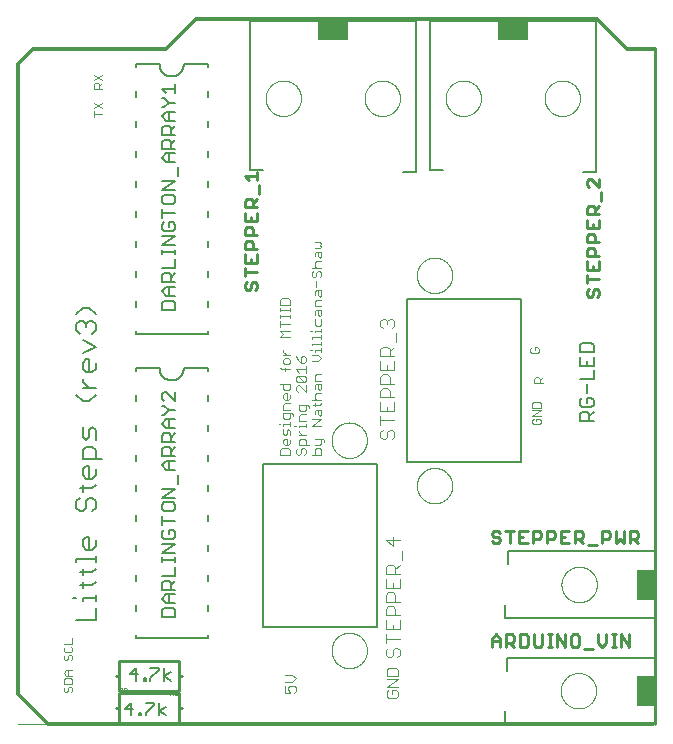
<source format=gto>
G75*
%MOIN*%
%OFA0B0*%
%FSLAX25Y25*%
%IPPOS*%
%LPD*%
%AMOC8*
5,1,8,0,0,1.08239X$1,22.5*
%
%ADD10C,0.00000*%
%ADD11C,0.00200*%
%ADD12C,0.01000*%
%ADD13C,0.01200*%
%ADD14C,0.00300*%
%ADD15C,0.00600*%
%ADD16C,0.00500*%
%ADD17C,0.00100*%
%ADD18C,0.00800*%
%ADD19R,0.09843X0.05906*%
%ADD20C,0.00900*%
%ADD21R,0.05906X0.09843*%
%ADD22C,0.00400*%
D10*
X0005000Y0005000D02*
X0015000Y0005000D01*
X0208701Y0005000D01*
X0185959Y0016250D02*
X0185961Y0016403D01*
X0185967Y0016557D01*
X0185977Y0016710D01*
X0185991Y0016862D01*
X0186009Y0017015D01*
X0186031Y0017166D01*
X0186056Y0017317D01*
X0186086Y0017468D01*
X0186120Y0017618D01*
X0186157Y0017766D01*
X0186198Y0017914D01*
X0186243Y0018060D01*
X0186292Y0018206D01*
X0186345Y0018350D01*
X0186401Y0018492D01*
X0186461Y0018633D01*
X0186525Y0018773D01*
X0186592Y0018911D01*
X0186663Y0019047D01*
X0186738Y0019181D01*
X0186815Y0019313D01*
X0186897Y0019443D01*
X0186981Y0019571D01*
X0187069Y0019697D01*
X0187160Y0019820D01*
X0187254Y0019941D01*
X0187352Y0020059D01*
X0187452Y0020175D01*
X0187556Y0020288D01*
X0187662Y0020399D01*
X0187771Y0020507D01*
X0187883Y0020612D01*
X0187997Y0020713D01*
X0188115Y0020812D01*
X0188234Y0020908D01*
X0188356Y0021001D01*
X0188481Y0021090D01*
X0188608Y0021177D01*
X0188737Y0021259D01*
X0188868Y0021339D01*
X0189001Y0021415D01*
X0189136Y0021488D01*
X0189273Y0021557D01*
X0189412Y0021622D01*
X0189552Y0021684D01*
X0189694Y0021742D01*
X0189837Y0021797D01*
X0189982Y0021848D01*
X0190128Y0021895D01*
X0190275Y0021938D01*
X0190423Y0021977D01*
X0190572Y0022013D01*
X0190722Y0022044D01*
X0190873Y0022072D01*
X0191024Y0022096D01*
X0191177Y0022116D01*
X0191329Y0022132D01*
X0191482Y0022144D01*
X0191635Y0022152D01*
X0191788Y0022156D01*
X0191942Y0022156D01*
X0192095Y0022152D01*
X0192248Y0022144D01*
X0192401Y0022132D01*
X0192553Y0022116D01*
X0192706Y0022096D01*
X0192857Y0022072D01*
X0193008Y0022044D01*
X0193158Y0022013D01*
X0193307Y0021977D01*
X0193455Y0021938D01*
X0193602Y0021895D01*
X0193748Y0021848D01*
X0193893Y0021797D01*
X0194036Y0021742D01*
X0194178Y0021684D01*
X0194318Y0021622D01*
X0194457Y0021557D01*
X0194594Y0021488D01*
X0194729Y0021415D01*
X0194862Y0021339D01*
X0194993Y0021259D01*
X0195122Y0021177D01*
X0195249Y0021090D01*
X0195374Y0021001D01*
X0195496Y0020908D01*
X0195615Y0020812D01*
X0195733Y0020713D01*
X0195847Y0020612D01*
X0195959Y0020507D01*
X0196068Y0020399D01*
X0196174Y0020288D01*
X0196278Y0020175D01*
X0196378Y0020059D01*
X0196476Y0019941D01*
X0196570Y0019820D01*
X0196661Y0019697D01*
X0196749Y0019571D01*
X0196833Y0019443D01*
X0196915Y0019313D01*
X0196992Y0019181D01*
X0197067Y0019047D01*
X0197138Y0018911D01*
X0197205Y0018773D01*
X0197269Y0018633D01*
X0197329Y0018492D01*
X0197385Y0018350D01*
X0197438Y0018206D01*
X0197487Y0018060D01*
X0197532Y0017914D01*
X0197573Y0017766D01*
X0197610Y0017618D01*
X0197644Y0017468D01*
X0197674Y0017317D01*
X0197699Y0017166D01*
X0197721Y0017015D01*
X0197739Y0016862D01*
X0197753Y0016710D01*
X0197763Y0016557D01*
X0197769Y0016403D01*
X0197771Y0016250D01*
X0197769Y0016097D01*
X0197763Y0015943D01*
X0197753Y0015790D01*
X0197739Y0015638D01*
X0197721Y0015485D01*
X0197699Y0015334D01*
X0197674Y0015183D01*
X0197644Y0015032D01*
X0197610Y0014882D01*
X0197573Y0014734D01*
X0197532Y0014586D01*
X0197487Y0014440D01*
X0197438Y0014294D01*
X0197385Y0014150D01*
X0197329Y0014008D01*
X0197269Y0013867D01*
X0197205Y0013727D01*
X0197138Y0013589D01*
X0197067Y0013453D01*
X0196992Y0013319D01*
X0196915Y0013187D01*
X0196833Y0013057D01*
X0196749Y0012929D01*
X0196661Y0012803D01*
X0196570Y0012680D01*
X0196476Y0012559D01*
X0196378Y0012441D01*
X0196278Y0012325D01*
X0196174Y0012212D01*
X0196068Y0012101D01*
X0195959Y0011993D01*
X0195847Y0011888D01*
X0195733Y0011787D01*
X0195615Y0011688D01*
X0195496Y0011592D01*
X0195374Y0011499D01*
X0195249Y0011410D01*
X0195122Y0011323D01*
X0194993Y0011241D01*
X0194862Y0011161D01*
X0194729Y0011085D01*
X0194594Y0011012D01*
X0194457Y0010943D01*
X0194318Y0010878D01*
X0194178Y0010816D01*
X0194036Y0010758D01*
X0193893Y0010703D01*
X0193748Y0010652D01*
X0193602Y0010605D01*
X0193455Y0010562D01*
X0193307Y0010523D01*
X0193158Y0010487D01*
X0193008Y0010456D01*
X0192857Y0010428D01*
X0192706Y0010404D01*
X0192553Y0010384D01*
X0192401Y0010368D01*
X0192248Y0010356D01*
X0192095Y0010348D01*
X0191942Y0010344D01*
X0191788Y0010344D01*
X0191635Y0010348D01*
X0191482Y0010356D01*
X0191329Y0010368D01*
X0191177Y0010384D01*
X0191024Y0010404D01*
X0190873Y0010428D01*
X0190722Y0010456D01*
X0190572Y0010487D01*
X0190423Y0010523D01*
X0190275Y0010562D01*
X0190128Y0010605D01*
X0189982Y0010652D01*
X0189837Y0010703D01*
X0189694Y0010758D01*
X0189552Y0010816D01*
X0189412Y0010878D01*
X0189273Y0010943D01*
X0189136Y0011012D01*
X0189001Y0011085D01*
X0188868Y0011161D01*
X0188737Y0011241D01*
X0188608Y0011323D01*
X0188481Y0011410D01*
X0188356Y0011499D01*
X0188234Y0011592D01*
X0188115Y0011688D01*
X0187997Y0011787D01*
X0187883Y0011888D01*
X0187771Y0011993D01*
X0187662Y0012101D01*
X0187556Y0012212D01*
X0187452Y0012325D01*
X0187352Y0012441D01*
X0187254Y0012559D01*
X0187160Y0012680D01*
X0187069Y0012803D01*
X0186981Y0012929D01*
X0186897Y0013057D01*
X0186815Y0013187D01*
X0186738Y0013319D01*
X0186663Y0013453D01*
X0186592Y0013589D01*
X0186525Y0013727D01*
X0186461Y0013867D01*
X0186401Y0014008D01*
X0186345Y0014150D01*
X0186292Y0014294D01*
X0186243Y0014440D01*
X0186198Y0014586D01*
X0186157Y0014734D01*
X0186120Y0014882D01*
X0186086Y0015032D01*
X0186056Y0015183D01*
X0186031Y0015334D01*
X0186009Y0015485D01*
X0185991Y0015638D01*
X0185977Y0015790D01*
X0185967Y0015943D01*
X0185961Y0016097D01*
X0185959Y0016250D01*
X0186196Y0051638D02*
X0186198Y0051791D01*
X0186204Y0051945D01*
X0186214Y0052098D01*
X0186228Y0052250D01*
X0186246Y0052403D01*
X0186268Y0052554D01*
X0186293Y0052705D01*
X0186323Y0052856D01*
X0186357Y0053006D01*
X0186394Y0053154D01*
X0186435Y0053302D01*
X0186480Y0053448D01*
X0186529Y0053594D01*
X0186582Y0053738D01*
X0186638Y0053880D01*
X0186698Y0054021D01*
X0186762Y0054161D01*
X0186829Y0054299D01*
X0186900Y0054435D01*
X0186975Y0054569D01*
X0187052Y0054701D01*
X0187134Y0054831D01*
X0187218Y0054959D01*
X0187306Y0055085D01*
X0187397Y0055208D01*
X0187491Y0055329D01*
X0187589Y0055447D01*
X0187689Y0055563D01*
X0187793Y0055676D01*
X0187899Y0055787D01*
X0188008Y0055895D01*
X0188120Y0056000D01*
X0188234Y0056101D01*
X0188352Y0056200D01*
X0188471Y0056296D01*
X0188593Y0056389D01*
X0188718Y0056478D01*
X0188845Y0056565D01*
X0188974Y0056647D01*
X0189105Y0056727D01*
X0189238Y0056803D01*
X0189373Y0056876D01*
X0189510Y0056945D01*
X0189649Y0057010D01*
X0189789Y0057072D01*
X0189931Y0057130D01*
X0190074Y0057185D01*
X0190219Y0057236D01*
X0190365Y0057283D01*
X0190512Y0057326D01*
X0190660Y0057365D01*
X0190809Y0057401D01*
X0190959Y0057432D01*
X0191110Y0057460D01*
X0191261Y0057484D01*
X0191414Y0057504D01*
X0191566Y0057520D01*
X0191719Y0057532D01*
X0191872Y0057540D01*
X0192025Y0057544D01*
X0192179Y0057544D01*
X0192332Y0057540D01*
X0192485Y0057532D01*
X0192638Y0057520D01*
X0192790Y0057504D01*
X0192943Y0057484D01*
X0193094Y0057460D01*
X0193245Y0057432D01*
X0193395Y0057401D01*
X0193544Y0057365D01*
X0193692Y0057326D01*
X0193839Y0057283D01*
X0193985Y0057236D01*
X0194130Y0057185D01*
X0194273Y0057130D01*
X0194415Y0057072D01*
X0194555Y0057010D01*
X0194694Y0056945D01*
X0194831Y0056876D01*
X0194966Y0056803D01*
X0195099Y0056727D01*
X0195230Y0056647D01*
X0195359Y0056565D01*
X0195486Y0056478D01*
X0195611Y0056389D01*
X0195733Y0056296D01*
X0195852Y0056200D01*
X0195970Y0056101D01*
X0196084Y0056000D01*
X0196196Y0055895D01*
X0196305Y0055787D01*
X0196411Y0055676D01*
X0196515Y0055563D01*
X0196615Y0055447D01*
X0196713Y0055329D01*
X0196807Y0055208D01*
X0196898Y0055085D01*
X0196986Y0054959D01*
X0197070Y0054831D01*
X0197152Y0054701D01*
X0197229Y0054569D01*
X0197304Y0054435D01*
X0197375Y0054299D01*
X0197442Y0054161D01*
X0197506Y0054021D01*
X0197566Y0053880D01*
X0197622Y0053738D01*
X0197675Y0053594D01*
X0197724Y0053448D01*
X0197769Y0053302D01*
X0197810Y0053154D01*
X0197847Y0053006D01*
X0197881Y0052856D01*
X0197911Y0052705D01*
X0197936Y0052554D01*
X0197958Y0052403D01*
X0197976Y0052250D01*
X0197990Y0052098D01*
X0198000Y0051945D01*
X0198006Y0051791D01*
X0198008Y0051638D01*
X0198006Y0051485D01*
X0198000Y0051331D01*
X0197990Y0051178D01*
X0197976Y0051026D01*
X0197958Y0050873D01*
X0197936Y0050722D01*
X0197911Y0050571D01*
X0197881Y0050420D01*
X0197847Y0050270D01*
X0197810Y0050122D01*
X0197769Y0049974D01*
X0197724Y0049828D01*
X0197675Y0049682D01*
X0197622Y0049538D01*
X0197566Y0049396D01*
X0197506Y0049255D01*
X0197442Y0049115D01*
X0197375Y0048977D01*
X0197304Y0048841D01*
X0197229Y0048707D01*
X0197152Y0048575D01*
X0197070Y0048445D01*
X0196986Y0048317D01*
X0196898Y0048191D01*
X0196807Y0048068D01*
X0196713Y0047947D01*
X0196615Y0047829D01*
X0196515Y0047713D01*
X0196411Y0047600D01*
X0196305Y0047489D01*
X0196196Y0047381D01*
X0196084Y0047276D01*
X0195970Y0047175D01*
X0195852Y0047076D01*
X0195733Y0046980D01*
X0195611Y0046887D01*
X0195486Y0046798D01*
X0195359Y0046711D01*
X0195230Y0046629D01*
X0195099Y0046549D01*
X0194966Y0046473D01*
X0194831Y0046400D01*
X0194694Y0046331D01*
X0194555Y0046266D01*
X0194415Y0046204D01*
X0194273Y0046146D01*
X0194130Y0046091D01*
X0193985Y0046040D01*
X0193839Y0045993D01*
X0193692Y0045950D01*
X0193544Y0045911D01*
X0193395Y0045875D01*
X0193245Y0045844D01*
X0193094Y0045816D01*
X0192943Y0045792D01*
X0192790Y0045772D01*
X0192638Y0045756D01*
X0192485Y0045744D01*
X0192332Y0045736D01*
X0192179Y0045732D01*
X0192025Y0045732D01*
X0191872Y0045736D01*
X0191719Y0045744D01*
X0191566Y0045756D01*
X0191414Y0045772D01*
X0191261Y0045792D01*
X0191110Y0045816D01*
X0190959Y0045844D01*
X0190809Y0045875D01*
X0190660Y0045911D01*
X0190512Y0045950D01*
X0190365Y0045993D01*
X0190219Y0046040D01*
X0190074Y0046091D01*
X0189931Y0046146D01*
X0189789Y0046204D01*
X0189649Y0046266D01*
X0189510Y0046331D01*
X0189373Y0046400D01*
X0189238Y0046473D01*
X0189105Y0046549D01*
X0188974Y0046629D01*
X0188845Y0046711D01*
X0188718Y0046798D01*
X0188593Y0046887D01*
X0188471Y0046980D01*
X0188352Y0047076D01*
X0188234Y0047175D01*
X0188120Y0047276D01*
X0188008Y0047381D01*
X0187899Y0047489D01*
X0187793Y0047600D01*
X0187689Y0047713D01*
X0187589Y0047829D01*
X0187491Y0047947D01*
X0187397Y0048068D01*
X0187306Y0048191D01*
X0187218Y0048317D01*
X0187134Y0048445D01*
X0187052Y0048575D01*
X0186975Y0048707D01*
X0186900Y0048841D01*
X0186829Y0048977D01*
X0186762Y0049115D01*
X0186698Y0049255D01*
X0186638Y0049396D01*
X0186582Y0049538D01*
X0186529Y0049682D01*
X0186480Y0049828D01*
X0186435Y0049974D01*
X0186394Y0050122D01*
X0186357Y0050270D01*
X0186323Y0050420D01*
X0186293Y0050571D01*
X0186268Y0050722D01*
X0186246Y0050873D01*
X0186228Y0051026D01*
X0186214Y0051178D01*
X0186204Y0051331D01*
X0186198Y0051485D01*
X0186196Y0051638D01*
X0138001Y0084621D02*
X0138003Y0084774D01*
X0138009Y0084928D01*
X0138019Y0085081D01*
X0138033Y0085233D01*
X0138051Y0085386D01*
X0138073Y0085537D01*
X0138098Y0085688D01*
X0138128Y0085839D01*
X0138162Y0085989D01*
X0138199Y0086137D01*
X0138240Y0086285D01*
X0138285Y0086431D01*
X0138334Y0086577D01*
X0138387Y0086721D01*
X0138443Y0086863D01*
X0138503Y0087004D01*
X0138567Y0087144D01*
X0138634Y0087282D01*
X0138705Y0087418D01*
X0138780Y0087552D01*
X0138857Y0087684D01*
X0138939Y0087814D01*
X0139023Y0087942D01*
X0139111Y0088068D01*
X0139202Y0088191D01*
X0139296Y0088312D01*
X0139394Y0088430D01*
X0139494Y0088546D01*
X0139598Y0088659D01*
X0139704Y0088770D01*
X0139813Y0088878D01*
X0139925Y0088983D01*
X0140039Y0089084D01*
X0140157Y0089183D01*
X0140276Y0089279D01*
X0140398Y0089372D01*
X0140523Y0089461D01*
X0140650Y0089548D01*
X0140779Y0089630D01*
X0140910Y0089710D01*
X0141043Y0089786D01*
X0141178Y0089859D01*
X0141315Y0089928D01*
X0141454Y0089993D01*
X0141594Y0090055D01*
X0141736Y0090113D01*
X0141879Y0090168D01*
X0142024Y0090219D01*
X0142170Y0090266D01*
X0142317Y0090309D01*
X0142465Y0090348D01*
X0142614Y0090384D01*
X0142764Y0090415D01*
X0142915Y0090443D01*
X0143066Y0090467D01*
X0143219Y0090487D01*
X0143371Y0090503D01*
X0143524Y0090515D01*
X0143677Y0090523D01*
X0143830Y0090527D01*
X0143984Y0090527D01*
X0144137Y0090523D01*
X0144290Y0090515D01*
X0144443Y0090503D01*
X0144595Y0090487D01*
X0144748Y0090467D01*
X0144899Y0090443D01*
X0145050Y0090415D01*
X0145200Y0090384D01*
X0145349Y0090348D01*
X0145497Y0090309D01*
X0145644Y0090266D01*
X0145790Y0090219D01*
X0145935Y0090168D01*
X0146078Y0090113D01*
X0146220Y0090055D01*
X0146360Y0089993D01*
X0146499Y0089928D01*
X0146636Y0089859D01*
X0146771Y0089786D01*
X0146904Y0089710D01*
X0147035Y0089630D01*
X0147164Y0089548D01*
X0147291Y0089461D01*
X0147416Y0089372D01*
X0147538Y0089279D01*
X0147657Y0089183D01*
X0147775Y0089084D01*
X0147889Y0088983D01*
X0148001Y0088878D01*
X0148110Y0088770D01*
X0148216Y0088659D01*
X0148320Y0088546D01*
X0148420Y0088430D01*
X0148518Y0088312D01*
X0148612Y0088191D01*
X0148703Y0088068D01*
X0148791Y0087942D01*
X0148875Y0087814D01*
X0148957Y0087684D01*
X0149034Y0087552D01*
X0149109Y0087418D01*
X0149180Y0087282D01*
X0149247Y0087144D01*
X0149311Y0087004D01*
X0149371Y0086863D01*
X0149427Y0086721D01*
X0149480Y0086577D01*
X0149529Y0086431D01*
X0149574Y0086285D01*
X0149615Y0086137D01*
X0149652Y0085989D01*
X0149686Y0085839D01*
X0149716Y0085688D01*
X0149741Y0085537D01*
X0149763Y0085386D01*
X0149781Y0085233D01*
X0149795Y0085081D01*
X0149805Y0084928D01*
X0149811Y0084774D01*
X0149813Y0084621D01*
X0149811Y0084468D01*
X0149805Y0084314D01*
X0149795Y0084161D01*
X0149781Y0084009D01*
X0149763Y0083856D01*
X0149741Y0083705D01*
X0149716Y0083554D01*
X0149686Y0083403D01*
X0149652Y0083253D01*
X0149615Y0083105D01*
X0149574Y0082957D01*
X0149529Y0082811D01*
X0149480Y0082665D01*
X0149427Y0082521D01*
X0149371Y0082379D01*
X0149311Y0082238D01*
X0149247Y0082098D01*
X0149180Y0081960D01*
X0149109Y0081824D01*
X0149034Y0081690D01*
X0148957Y0081558D01*
X0148875Y0081428D01*
X0148791Y0081300D01*
X0148703Y0081174D01*
X0148612Y0081051D01*
X0148518Y0080930D01*
X0148420Y0080812D01*
X0148320Y0080696D01*
X0148216Y0080583D01*
X0148110Y0080472D01*
X0148001Y0080364D01*
X0147889Y0080259D01*
X0147775Y0080158D01*
X0147657Y0080059D01*
X0147538Y0079963D01*
X0147416Y0079870D01*
X0147291Y0079781D01*
X0147164Y0079694D01*
X0147035Y0079612D01*
X0146904Y0079532D01*
X0146771Y0079456D01*
X0146636Y0079383D01*
X0146499Y0079314D01*
X0146360Y0079249D01*
X0146220Y0079187D01*
X0146078Y0079129D01*
X0145935Y0079074D01*
X0145790Y0079023D01*
X0145644Y0078976D01*
X0145497Y0078933D01*
X0145349Y0078894D01*
X0145200Y0078858D01*
X0145050Y0078827D01*
X0144899Y0078799D01*
X0144748Y0078775D01*
X0144595Y0078755D01*
X0144443Y0078739D01*
X0144290Y0078727D01*
X0144137Y0078719D01*
X0143984Y0078715D01*
X0143830Y0078715D01*
X0143677Y0078719D01*
X0143524Y0078727D01*
X0143371Y0078739D01*
X0143219Y0078755D01*
X0143066Y0078775D01*
X0142915Y0078799D01*
X0142764Y0078827D01*
X0142614Y0078858D01*
X0142465Y0078894D01*
X0142317Y0078933D01*
X0142170Y0078976D01*
X0142024Y0079023D01*
X0141879Y0079074D01*
X0141736Y0079129D01*
X0141594Y0079187D01*
X0141454Y0079249D01*
X0141315Y0079314D01*
X0141178Y0079383D01*
X0141043Y0079456D01*
X0140910Y0079532D01*
X0140779Y0079612D01*
X0140650Y0079694D01*
X0140523Y0079781D01*
X0140398Y0079870D01*
X0140276Y0079963D01*
X0140157Y0080059D01*
X0140039Y0080158D01*
X0139925Y0080259D01*
X0139813Y0080364D01*
X0139704Y0080472D01*
X0139598Y0080583D01*
X0139494Y0080696D01*
X0139394Y0080812D01*
X0139296Y0080930D01*
X0139202Y0081051D01*
X0139111Y0081174D01*
X0139023Y0081300D01*
X0138939Y0081428D01*
X0138857Y0081558D01*
X0138780Y0081690D01*
X0138705Y0081824D01*
X0138634Y0081960D01*
X0138567Y0082098D01*
X0138503Y0082238D01*
X0138443Y0082379D01*
X0138387Y0082521D01*
X0138334Y0082665D01*
X0138285Y0082811D01*
X0138240Y0082957D01*
X0138199Y0083105D01*
X0138162Y0083253D01*
X0138128Y0083403D01*
X0138098Y0083554D01*
X0138073Y0083705D01*
X0138051Y0083856D01*
X0138033Y0084009D01*
X0138019Y0084161D01*
X0138009Y0084314D01*
X0138003Y0084468D01*
X0138001Y0084621D01*
X0109562Y0099754D02*
X0109564Y0099907D01*
X0109570Y0100061D01*
X0109580Y0100214D01*
X0109594Y0100366D01*
X0109612Y0100519D01*
X0109634Y0100670D01*
X0109659Y0100821D01*
X0109689Y0100972D01*
X0109723Y0101122D01*
X0109760Y0101270D01*
X0109801Y0101418D01*
X0109846Y0101564D01*
X0109895Y0101710D01*
X0109948Y0101854D01*
X0110004Y0101996D01*
X0110064Y0102137D01*
X0110128Y0102277D01*
X0110195Y0102415D01*
X0110266Y0102551D01*
X0110341Y0102685D01*
X0110418Y0102817D01*
X0110500Y0102947D01*
X0110584Y0103075D01*
X0110672Y0103201D01*
X0110763Y0103324D01*
X0110857Y0103445D01*
X0110955Y0103563D01*
X0111055Y0103679D01*
X0111159Y0103792D01*
X0111265Y0103903D01*
X0111374Y0104011D01*
X0111486Y0104116D01*
X0111600Y0104217D01*
X0111718Y0104316D01*
X0111837Y0104412D01*
X0111959Y0104505D01*
X0112084Y0104594D01*
X0112211Y0104681D01*
X0112340Y0104763D01*
X0112471Y0104843D01*
X0112604Y0104919D01*
X0112739Y0104992D01*
X0112876Y0105061D01*
X0113015Y0105126D01*
X0113155Y0105188D01*
X0113297Y0105246D01*
X0113440Y0105301D01*
X0113585Y0105352D01*
X0113731Y0105399D01*
X0113878Y0105442D01*
X0114026Y0105481D01*
X0114175Y0105517D01*
X0114325Y0105548D01*
X0114476Y0105576D01*
X0114627Y0105600D01*
X0114780Y0105620D01*
X0114932Y0105636D01*
X0115085Y0105648D01*
X0115238Y0105656D01*
X0115391Y0105660D01*
X0115545Y0105660D01*
X0115698Y0105656D01*
X0115851Y0105648D01*
X0116004Y0105636D01*
X0116156Y0105620D01*
X0116309Y0105600D01*
X0116460Y0105576D01*
X0116611Y0105548D01*
X0116761Y0105517D01*
X0116910Y0105481D01*
X0117058Y0105442D01*
X0117205Y0105399D01*
X0117351Y0105352D01*
X0117496Y0105301D01*
X0117639Y0105246D01*
X0117781Y0105188D01*
X0117921Y0105126D01*
X0118060Y0105061D01*
X0118197Y0104992D01*
X0118332Y0104919D01*
X0118465Y0104843D01*
X0118596Y0104763D01*
X0118725Y0104681D01*
X0118852Y0104594D01*
X0118977Y0104505D01*
X0119099Y0104412D01*
X0119218Y0104316D01*
X0119336Y0104217D01*
X0119450Y0104116D01*
X0119562Y0104011D01*
X0119671Y0103903D01*
X0119777Y0103792D01*
X0119881Y0103679D01*
X0119981Y0103563D01*
X0120079Y0103445D01*
X0120173Y0103324D01*
X0120264Y0103201D01*
X0120352Y0103075D01*
X0120436Y0102947D01*
X0120518Y0102817D01*
X0120595Y0102685D01*
X0120670Y0102551D01*
X0120741Y0102415D01*
X0120808Y0102277D01*
X0120872Y0102137D01*
X0120932Y0101996D01*
X0120988Y0101854D01*
X0121041Y0101710D01*
X0121090Y0101564D01*
X0121135Y0101418D01*
X0121176Y0101270D01*
X0121213Y0101122D01*
X0121247Y0100972D01*
X0121277Y0100821D01*
X0121302Y0100670D01*
X0121324Y0100519D01*
X0121342Y0100366D01*
X0121356Y0100214D01*
X0121366Y0100061D01*
X0121372Y0099907D01*
X0121374Y0099754D01*
X0121372Y0099601D01*
X0121366Y0099447D01*
X0121356Y0099294D01*
X0121342Y0099142D01*
X0121324Y0098989D01*
X0121302Y0098838D01*
X0121277Y0098687D01*
X0121247Y0098536D01*
X0121213Y0098386D01*
X0121176Y0098238D01*
X0121135Y0098090D01*
X0121090Y0097944D01*
X0121041Y0097798D01*
X0120988Y0097654D01*
X0120932Y0097512D01*
X0120872Y0097371D01*
X0120808Y0097231D01*
X0120741Y0097093D01*
X0120670Y0096957D01*
X0120595Y0096823D01*
X0120518Y0096691D01*
X0120436Y0096561D01*
X0120352Y0096433D01*
X0120264Y0096307D01*
X0120173Y0096184D01*
X0120079Y0096063D01*
X0119981Y0095945D01*
X0119881Y0095829D01*
X0119777Y0095716D01*
X0119671Y0095605D01*
X0119562Y0095497D01*
X0119450Y0095392D01*
X0119336Y0095291D01*
X0119218Y0095192D01*
X0119099Y0095096D01*
X0118977Y0095003D01*
X0118852Y0094914D01*
X0118725Y0094827D01*
X0118596Y0094745D01*
X0118465Y0094665D01*
X0118332Y0094589D01*
X0118197Y0094516D01*
X0118060Y0094447D01*
X0117921Y0094382D01*
X0117781Y0094320D01*
X0117639Y0094262D01*
X0117496Y0094207D01*
X0117351Y0094156D01*
X0117205Y0094109D01*
X0117058Y0094066D01*
X0116910Y0094027D01*
X0116761Y0093991D01*
X0116611Y0093960D01*
X0116460Y0093932D01*
X0116309Y0093908D01*
X0116156Y0093888D01*
X0116004Y0093872D01*
X0115851Y0093860D01*
X0115698Y0093852D01*
X0115545Y0093848D01*
X0115391Y0093848D01*
X0115238Y0093852D01*
X0115085Y0093860D01*
X0114932Y0093872D01*
X0114780Y0093888D01*
X0114627Y0093908D01*
X0114476Y0093932D01*
X0114325Y0093960D01*
X0114175Y0093991D01*
X0114026Y0094027D01*
X0113878Y0094066D01*
X0113731Y0094109D01*
X0113585Y0094156D01*
X0113440Y0094207D01*
X0113297Y0094262D01*
X0113155Y0094320D01*
X0113015Y0094382D01*
X0112876Y0094447D01*
X0112739Y0094516D01*
X0112604Y0094589D01*
X0112471Y0094665D01*
X0112340Y0094745D01*
X0112211Y0094827D01*
X0112084Y0094914D01*
X0111959Y0095003D01*
X0111837Y0095096D01*
X0111718Y0095192D01*
X0111600Y0095291D01*
X0111486Y0095392D01*
X0111374Y0095497D01*
X0111265Y0095605D01*
X0111159Y0095716D01*
X0111055Y0095829D01*
X0110955Y0095945D01*
X0110857Y0096063D01*
X0110763Y0096184D01*
X0110672Y0096307D01*
X0110584Y0096433D01*
X0110500Y0096561D01*
X0110418Y0096691D01*
X0110341Y0096823D01*
X0110266Y0096957D01*
X0110195Y0097093D01*
X0110128Y0097231D01*
X0110064Y0097371D01*
X0110004Y0097512D01*
X0109948Y0097654D01*
X0109895Y0097798D01*
X0109846Y0097944D01*
X0109801Y0098090D01*
X0109760Y0098238D01*
X0109723Y0098386D01*
X0109689Y0098536D01*
X0109659Y0098687D01*
X0109634Y0098838D01*
X0109612Y0098989D01*
X0109594Y0099142D01*
X0109580Y0099294D01*
X0109570Y0099447D01*
X0109564Y0099601D01*
X0109562Y0099754D01*
X0138001Y0154700D02*
X0138003Y0154853D01*
X0138009Y0155007D01*
X0138019Y0155160D01*
X0138033Y0155312D01*
X0138051Y0155465D01*
X0138073Y0155616D01*
X0138098Y0155767D01*
X0138128Y0155918D01*
X0138162Y0156068D01*
X0138199Y0156216D01*
X0138240Y0156364D01*
X0138285Y0156510D01*
X0138334Y0156656D01*
X0138387Y0156800D01*
X0138443Y0156942D01*
X0138503Y0157083D01*
X0138567Y0157223D01*
X0138634Y0157361D01*
X0138705Y0157497D01*
X0138780Y0157631D01*
X0138857Y0157763D01*
X0138939Y0157893D01*
X0139023Y0158021D01*
X0139111Y0158147D01*
X0139202Y0158270D01*
X0139296Y0158391D01*
X0139394Y0158509D01*
X0139494Y0158625D01*
X0139598Y0158738D01*
X0139704Y0158849D01*
X0139813Y0158957D01*
X0139925Y0159062D01*
X0140039Y0159163D01*
X0140157Y0159262D01*
X0140276Y0159358D01*
X0140398Y0159451D01*
X0140523Y0159540D01*
X0140650Y0159627D01*
X0140779Y0159709D01*
X0140910Y0159789D01*
X0141043Y0159865D01*
X0141178Y0159938D01*
X0141315Y0160007D01*
X0141454Y0160072D01*
X0141594Y0160134D01*
X0141736Y0160192D01*
X0141879Y0160247D01*
X0142024Y0160298D01*
X0142170Y0160345D01*
X0142317Y0160388D01*
X0142465Y0160427D01*
X0142614Y0160463D01*
X0142764Y0160494D01*
X0142915Y0160522D01*
X0143066Y0160546D01*
X0143219Y0160566D01*
X0143371Y0160582D01*
X0143524Y0160594D01*
X0143677Y0160602D01*
X0143830Y0160606D01*
X0143984Y0160606D01*
X0144137Y0160602D01*
X0144290Y0160594D01*
X0144443Y0160582D01*
X0144595Y0160566D01*
X0144748Y0160546D01*
X0144899Y0160522D01*
X0145050Y0160494D01*
X0145200Y0160463D01*
X0145349Y0160427D01*
X0145497Y0160388D01*
X0145644Y0160345D01*
X0145790Y0160298D01*
X0145935Y0160247D01*
X0146078Y0160192D01*
X0146220Y0160134D01*
X0146360Y0160072D01*
X0146499Y0160007D01*
X0146636Y0159938D01*
X0146771Y0159865D01*
X0146904Y0159789D01*
X0147035Y0159709D01*
X0147164Y0159627D01*
X0147291Y0159540D01*
X0147416Y0159451D01*
X0147538Y0159358D01*
X0147657Y0159262D01*
X0147775Y0159163D01*
X0147889Y0159062D01*
X0148001Y0158957D01*
X0148110Y0158849D01*
X0148216Y0158738D01*
X0148320Y0158625D01*
X0148420Y0158509D01*
X0148518Y0158391D01*
X0148612Y0158270D01*
X0148703Y0158147D01*
X0148791Y0158021D01*
X0148875Y0157893D01*
X0148957Y0157763D01*
X0149034Y0157631D01*
X0149109Y0157497D01*
X0149180Y0157361D01*
X0149247Y0157223D01*
X0149311Y0157083D01*
X0149371Y0156942D01*
X0149427Y0156800D01*
X0149480Y0156656D01*
X0149529Y0156510D01*
X0149574Y0156364D01*
X0149615Y0156216D01*
X0149652Y0156068D01*
X0149686Y0155918D01*
X0149716Y0155767D01*
X0149741Y0155616D01*
X0149763Y0155465D01*
X0149781Y0155312D01*
X0149795Y0155160D01*
X0149805Y0155007D01*
X0149811Y0154853D01*
X0149813Y0154700D01*
X0149811Y0154547D01*
X0149805Y0154393D01*
X0149795Y0154240D01*
X0149781Y0154088D01*
X0149763Y0153935D01*
X0149741Y0153784D01*
X0149716Y0153633D01*
X0149686Y0153482D01*
X0149652Y0153332D01*
X0149615Y0153184D01*
X0149574Y0153036D01*
X0149529Y0152890D01*
X0149480Y0152744D01*
X0149427Y0152600D01*
X0149371Y0152458D01*
X0149311Y0152317D01*
X0149247Y0152177D01*
X0149180Y0152039D01*
X0149109Y0151903D01*
X0149034Y0151769D01*
X0148957Y0151637D01*
X0148875Y0151507D01*
X0148791Y0151379D01*
X0148703Y0151253D01*
X0148612Y0151130D01*
X0148518Y0151009D01*
X0148420Y0150891D01*
X0148320Y0150775D01*
X0148216Y0150662D01*
X0148110Y0150551D01*
X0148001Y0150443D01*
X0147889Y0150338D01*
X0147775Y0150237D01*
X0147657Y0150138D01*
X0147538Y0150042D01*
X0147416Y0149949D01*
X0147291Y0149860D01*
X0147164Y0149773D01*
X0147035Y0149691D01*
X0146904Y0149611D01*
X0146771Y0149535D01*
X0146636Y0149462D01*
X0146499Y0149393D01*
X0146360Y0149328D01*
X0146220Y0149266D01*
X0146078Y0149208D01*
X0145935Y0149153D01*
X0145790Y0149102D01*
X0145644Y0149055D01*
X0145497Y0149012D01*
X0145349Y0148973D01*
X0145200Y0148937D01*
X0145050Y0148906D01*
X0144899Y0148878D01*
X0144748Y0148854D01*
X0144595Y0148834D01*
X0144443Y0148818D01*
X0144290Y0148806D01*
X0144137Y0148798D01*
X0143984Y0148794D01*
X0143830Y0148794D01*
X0143677Y0148798D01*
X0143524Y0148806D01*
X0143371Y0148818D01*
X0143219Y0148834D01*
X0143066Y0148854D01*
X0142915Y0148878D01*
X0142764Y0148906D01*
X0142614Y0148937D01*
X0142465Y0148973D01*
X0142317Y0149012D01*
X0142170Y0149055D01*
X0142024Y0149102D01*
X0141879Y0149153D01*
X0141736Y0149208D01*
X0141594Y0149266D01*
X0141454Y0149328D01*
X0141315Y0149393D01*
X0141178Y0149462D01*
X0141043Y0149535D01*
X0140910Y0149611D01*
X0140779Y0149691D01*
X0140650Y0149773D01*
X0140523Y0149860D01*
X0140398Y0149949D01*
X0140276Y0150042D01*
X0140157Y0150138D01*
X0140039Y0150237D01*
X0139925Y0150338D01*
X0139813Y0150443D01*
X0139704Y0150551D01*
X0139598Y0150662D01*
X0139494Y0150775D01*
X0139394Y0150891D01*
X0139296Y0151009D01*
X0139202Y0151130D01*
X0139111Y0151253D01*
X0139023Y0151379D01*
X0138939Y0151507D01*
X0138857Y0151637D01*
X0138780Y0151769D01*
X0138705Y0151903D01*
X0138634Y0152039D01*
X0138567Y0152177D01*
X0138503Y0152317D01*
X0138443Y0152458D01*
X0138387Y0152600D01*
X0138334Y0152744D01*
X0138285Y0152890D01*
X0138240Y0153036D01*
X0138199Y0153184D01*
X0138162Y0153332D01*
X0138128Y0153482D01*
X0138098Y0153633D01*
X0138073Y0153784D01*
X0138051Y0153935D01*
X0138033Y0154088D01*
X0138019Y0154240D01*
X0138009Y0154393D01*
X0138003Y0154547D01*
X0138001Y0154700D01*
X0120594Y0213740D02*
X0120596Y0213893D01*
X0120602Y0214047D01*
X0120612Y0214200D01*
X0120626Y0214352D01*
X0120644Y0214505D01*
X0120666Y0214656D01*
X0120691Y0214807D01*
X0120721Y0214958D01*
X0120755Y0215108D01*
X0120792Y0215256D01*
X0120833Y0215404D01*
X0120878Y0215550D01*
X0120927Y0215696D01*
X0120980Y0215840D01*
X0121036Y0215982D01*
X0121096Y0216123D01*
X0121160Y0216263D01*
X0121227Y0216401D01*
X0121298Y0216537D01*
X0121373Y0216671D01*
X0121450Y0216803D01*
X0121532Y0216933D01*
X0121616Y0217061D01*
X0121704Y0217187D01*
X0121795Y0217310D01*
X0121889Y0217431D01*
X0121987Y0217549D01*
X0122087Y0217665D01*
X0122191Y0217778D01*
X0122297Y0217889D01*
X0122406Y0217997D01*
X0122518Y0218102D01*
X0122632Y0218203D01*
X0122750Y0218302D01*
X0122869Y0218398D01*
X0122991Y0218491D01*
X0123116Y0218580D01*
X0123243Y0218667D01*
X0123372Y0218749D01*
X0123503Y0218829D01*
X0123636Y0218905D01*
X0123771Y0218978D01*
X0123908Y0219047D01*
X0124047Y0219112D01*
X0124187Y0219174D01*
X0124329Y0219232D01*
X0124472Y0219287D01*
X0124617Y0219338D01*
X0124763Y0219385D01*
X0124910Y0219428D01*
X0125058Y0219467D01*
X0125207Y0219503D01*
X0125357Y0219534D01*
X0125508Y0219562D01*
X0125659Y0219586D01*
X0125812Y0219606D01*
X0125964Y0219622D01*
X0126117Y0219634D01*
X0126270Y0219642D01*
X0126423Y0219646D01*
X0126577Y0219646D01*
X0126730Y0219642D01*
X0126883Y0219634D01*
X0127036Y0219622D01*
X0127188Y0219606D01*
X0127341Y0219586D01*
X0127492Y0219562D01*
X0127643Y0219534D01*
X0127793Y0219503D01*
X0127942Y0219467D01*
X0128090Y0219428D01*
X0128237Y0219385D01*
X0128383Y0219338D01*
X0128528Y0219287D01*
X0128671Y0219232D01*
X0128813Y0219174D01*
X0128953Y0219112D01*
X0129092Y0219047D01*
X0129229Y0218978D01*
X0129364Y0218905D01*
X0129497Y0218829D01*
X0129628Y0218749D01*
X0129757Y0218667D01*
X0129884Y0218580D01*
X0130009Y0218491D01*
X0130131Y0218398D01*
X0130250Y0218302D01*
X0130368Y0218203D01*
X0130482Y0218102D01*
X0130594Y0217997D01*
X0130703Y0217889D01*
X0130809Y0217778D01*
X0130913Y0217665D01*
X0131013Y0217549D01*
X0131111Y0217431D01*
X0131205Y0217310D01*
X0131296Y0217187D01*
X0131384Y0217061D01*
X0131468Y0216933D01*
X0131550Y0216803D01*
X0131627Y0216671D01*
X0131702Y0216537D01*
X0131773Y0216401D01*
X0131840Y0216263D01*
X0131904Y0216123D01*
X0131964Y0215982D01*
X0132020Y0215840D01*
X0132073Y0215696D01*
X0132122Y0215550D01*
X0132167Y0215404D01*
X0132208Y0215256D01*
X0132245Y0215108D01*
X0132279Y0214958D01*
X0132309Y0214807D01*
X0132334Y0214656D01*
X0132356Y0214505D01*
X0132374Y0214352D01*
X0132388Y0214200D01*
X0132398Y0214047D01*
X0132404Y0213893D01*
X0132406Y0213740D01*
X0132404Y0213587D01*
X0132398Y0213433D01*
X0132388Y0213280D01*
X0132374Y0213128D01*
X0132356Y0212975D01*
X0132334Y0212824D01*
X0132309Y0212673D01*
X0132279Y0212522D01*
X0132245Y0212372D01*
X0132208Y0212224D01*
X0132167Y0212076D01*
X0132122Y0211930D01*
X0132073Y0211784D01*
X0132020Y0211640D01*
X0131964Y0211498D01*
X0131904Y0211357D01*
X0131840Y0211217D01*
X0131773Y0211079D01*
X0131702Y0210943D01*
X0131627Y0210809D01*
X0131550Y0210677D01*
X0131468Y0210547D01*
X0131384Y0210419D01*
X0131296Y0210293D01*
X0131205Y0210170D01*
X0131111Y0210049D01*
X0131013Y0209931D01*
X0130913Y0209815D01*
X0130809Y0209702D01*
X0130703Y0209591D01*
X0130594Y0209483D01*
X0130482Y0209378D01*
X0130368Y0209277D01*
X0130250Y0209178D01*
X0130131Y0209082D01*
X0130009Y0208989D01*
X0129884Y0208900D01*
X0129757Y0208813D01*
X0129628Y0208731D01*
X0129497Y0208651D01*
X0129364Y0208575D01*
X0129229Y0208502D01*
X0129092Y0208433D01*
X0128953Y0208368D01*
X0128813Y0208306D01*
X0128671Y0208248D01*
X0128528Y0208193D01*
X0128383Y0208142D01*
X0128237Y0208095D01*
X0128090Y0208052D01*
X0127942Y0208013D01*
X0127793Y0207977D01*
X0127643Y0207946D01*
X0127492Y0207918D01*
X0127341Y0207894D01*
X0127188Y0207874D01*
X0127036Y0207858D01*
X0126883Y0207846D01*
X0126730Y0207838D01*
X0126577Y0207834D01*
X0126423Y0207834D01*
X0126270Y0207838D01*
X0126117Y0207846D01*
X0125964Y0207858D01*
X0125812Y0207874D01*
X0125659Y0207894D01*
X0125508Y0207918D01*
X0125357Y0207946D01*
X0125207Y0207977D01*
X0125058Y0208013D01*
X0124910Y0208052D01*
X0124763Y0208095D01*
X0124617Y0208142D01*
X0124472Y0208193D01*
X0124329Y0208248D01*
X0124187Y0208306D01*
X0124047Y0208368D01*
X0123908Y0208433D01*
X0123771Y0208502D01*
X0123636Y0208575D01*
X0123503Y0208651D01*
X0123372Y0208731D01*
X0123243Y0208813D01*
X0123116Y0208900D01*
X0122991Y0208989D01*
X0122869Y0209082D01*
X0122750Y0209178D01*
X0122632Y0209277D01*
X0122518Y0209378D01*
X0122406Y0209483D01*
X0122297Y0209591D01*
X0122191Y0209702D01*
X0122087Y0209815D01*
X0121987Y0209931D01*
X0121889Y0210049D01*
X0121795Y0210170D01*
X0121704Y0210293D01*
X0121616Y0210419D01*
X0121532Y0210547D01*
X0121450Y0210677D01*
X0121373Y0210809D01*
X0121298Y0210943D01*
X0121227Y0211079D01*
X0121160Y0211217D01*
X0121096Y0211357D01*
X0121036Y0211498D01*
X0120980Y0211640D01*
X0120927Y0211784D01*
X0120878Y0211930D01*
X0120833Y0212076D01*
X0120792Y0212224D01*
X0120755Y0212372D01*
X0120721Y0212522D01*
X0120691Y0212673D01*
X0120666Y0212824D01*
X0120644Y0212975D01*
X0120626Y0213128D01*
X0120612Y0213280D01*
X0120602Y0213433D01*
X0120596Y0213587D01*
X0120594Y0213740D01*
X0087594Y0213740D02*
X0087596Y0213893D01*
X0087602Y0214047D01*
X0087612Y0214200D01*
X0087626Y0214352D01*
X0087644Y0214505D01*
X0087666Y0214656D01*
X0087691Y0214807D01*
X0087721Y0214958D01*
X0087755Y0215108D01*
X0087792Y0215256D01*
X0087833Y0215404D01*
X0087878Y0215550D01*
X0087927Y0215696D01*
X0087980Y0215840D01*
X0088036Y0215982D01*
X0088096Y0216123D01*
X0088160Y0216263D01*
X0088227Y0216401D01*
X0088298Y0216537D01*
X0088373Y0216671D01*
X0088450Y0216803D01*
X0088532Y0216933D01*
X0088616Y0217061D01*
X0088704Y0217187D01*
X0088795Y0217310D01*
X0088889Y0217431D01*
X0088987Y0217549D01*
X0089087Y0217665D01*
X0089191Y0217778D01*
X0089297Y0217889D01*
X0089406Y0217997D01*
X0089518Y0218102D01*
X0089632Y0218203D01*
X0089750Y0218302D01*
X0089869Y0218398D01*
X0089991Y0218491D01*
X0090116Y0218580D01*
X0090243Y0218667D01*
X0090372Y0218749D01*
X0090503Y0218829D01*
X0090636Y0218905D01*
X0090771Y0218978D01*
X0090908Y0219047D01*
X0091047Y0219112D01*
X0091187Y0219174D01*
X0091329Y0219232D01*
X0091472Y0219287D01*
X0091617Y0219338D01*
X0091763Y0219385D01*
X0091910Y0219428D01*
X0092058Y0219467D01*
X0092207Y0219503D01*
X0092357Y0219534D01*
X0092508Y0219562D01*
X0092659Y0219586D01*
X0092812Y0219606D01*
X0092964Y0219622D01*
X0093117Y0219634D01*
X0093270Y0219642D01*
X0093423Y0219646D01*
X0093577Y0219646D01*
X0093730Y0219642D01*
X0093883Y0219634D01*
X0094036Y0219622D01*
X0094188Y0219606D01*
X0094341Y0219586D01*
X0094492Y0219562D01*
X0094643Y0219534D01*
X0094793Y0219503D01*
X0094942Y0219467D01*
X0095090Y0219428D01*
X0095237Y0219385D01*
X0095383Y0219338D01*
X0095528Y0219287D01*
X0095671Y0219232D01*
X0095813Y0219174D01*
X0095953Y0219112D01*
X0096092Y0219047D01*
X0096229Y0218978D01*
X0096364Y0218905D01*
X0096497Y0218829D01*
X0096628Y0218749D01*
X0096757Y0218667D01*
X0096884Y0218580D01*
X0097009Y0218491D01*
X0097131Y0218398D01*
X0097250Y0218302D01*
X0097368Y0218203D01*
X0097482Y0218102D01*
X0097594Y0217997D01*
X0097703Y0217889D01*
X0097809Y0217778D01*
X0097913Y0217665D01*
X0098013Y0217549D01*
X0098111Y0217431D01*
X0098205Y0217310D01*
X0098296Y0217187D01*
X0098384Y0217061D01*
X0098468Y0216933D01*
X0098550Y0216803D01*
X0098627Y0216671D01*
X0098702Y0216537D01*
X0098773Y0216401D01*
X0098840Y0216263D01*
X0098904Y0216123D01*
X0098964Y0215982D01*
X0099020Y0215840D01*
X0099073Y0215696D01*
X0099122Y0215550D01*
X0099167Y0215404D01*
X0099208Y0215256D01*
X0099245Y0215108D01*
X0099279Y0214958D01*
X0099309Y0214807D01*
X0099334Y0214656D01*
X0099356Y0214505D01*
X0099374Y0214352D01*
X0099388Y0214200D01*
X0099398Y0214047D01*
X0099404Y0213893D01*
X0099406Y0213740D01*
X0099404Y0213587D01*
X0099398Y0213433D01*
X0099388Y0213280D01*
X0099374Y0213128D01*
X0099356Y0212975D01*
X0099334Y0212824D01*
X0099309Y0212673D01*
X0099279Y0212522D01*
X0099245Y0212372D01*
X0099208Y0212224D01*
X0099167Y0212076D01*
X0099122Y0211930D01*
X0099073Y0211784D01*
X0099020Y0211640D01*
X0098964Y0211498D01*
X0098904Y0211357D01*
X0098840Y0211217D01*
X0098773Y0211079D01*
X0098702Y0210943D01*
X0098627Y0210809D01*
X0098550Y0210677D01*
X0098468Y0210547D01*
X0098384Y0210419D01*
X0098296Y0210293D01*
X0098205Y0210170D01*
X0098111Y0210049D01*
X0098013Y0209931D01*
X0097913Y0209815D01*
X0097809Y0209702D01*
X0097703Y0209591D01*
X0097594Y0209483D01*
X0097482Y0209378D01*
X0097368Y0209277D01*
X0097250Y0209178D01*
X0097131Y0209082D01*
X0097009Y0208989D01*
X0096884Y0208900D01*
X0096757Y0208813D01*
X0096628Y0208731D01*
X0096497Y0208651D01*
X0096364Y0208575D01*
X0096229Y0208502D01*
X0096092Y0208433D01*
X0095953Y0208368D01*
X0095813Y0208306D01*
X0095671Y0208248D01*
X0095528Y0208193D01*
X0095383Y0208142D01*
X0095237Y0208095D01*
X0095090Y0208052D01*
X0094942Y0208013D01*
X0094793Y0207977D01*
X0094643Y0207946D01*
X0094492Y0207918D01*
X0094341Y0207894D01*
X0094188Y0207874D01*
X0094036Y0207858D01*
X0093883Y0207846D01*
X0093730Y0207838D01*
X0093577Y0207834D01*
X0093423Y0207834D01*
X0093270Y0207838D01*
X0093117Y0207846D01*
X0092964Y0207858D01*
X0092812Y0207874D01*
X0092659Y0207894D01*
X0092508Y0207918D01*
X0092357Y0207946D01*
X0092207Y0207977D01*
X0092058Y0208013D01*
X0091910Y0208052D01*
X0091763Y0208095D01*
X0091617Y0208142D01*
X0091472Y0208193D01*
X0091329Y0208248D01*
X0091187Y0208306D01*
X0091047Y0208368D01*
X0090908Y0208433D01*
X0090771Y0208502D01*
X0090636Y0208575D01*
X0090503Y0208651D01*
X0090372Y0208731D01*
X0090243Y0208813D01*
X0090116Y0208900D01*
X0089991Y0208989D01*
X0089869Y0209082D01*
X0089750Y0209178D01*
X0089632Y0209277D01*
X0089518Y0209378D01*
X0089406Y0209483D01*
X0089297Y0209591D01*
X0089191Y0209702D01*
X0089087Y0209815D01*
X0088987Y0209931D01*
X0088889Y0210049D01*
X0088795Y0210170D01*
X0088704Y0210293D01*
X0088616Y0210419D01*
X0088532Y0210547D01*
X0088450Y0210677D01*
X0088373Y0210809D01*
X0088298Y0210943D01*
X0088227Y0211079D01*
X0088160Y0211217D01*
X0088096Y0211357D01*
X0088036Y0211498D01*
X0087980Y0211640D01*
X0087927Y0211784D01*
X0087878Y0211930D01*
X0087833Y0212076D01*
X0087792Y0212224D01*
X0087755Y0212372D01*
X0087721Y0212522D01*
X0087691Y0212673D01*
X0087666Y0212824D01*
X0087644Y0212975D01*
X0087626Y0213128D01*
X0087612Y0213280D01*
X0087602Y0213433D01*
X0087596Y0213587D01*
X0087594Y0213740D01*
X0147594Y0213740D02*
X0147596Y0213893D01*
X0147602Y0214047D01*
X0147612Y0214200D01*
X0147626Y0214352D01*
X0147644Y0214505D01*
X0147666Y0214656D01*
X0147691Y0214807D01*
X0147721Y0214958D01*
X0147755Y0215108D01*
X0147792Y0215256D01*
X0147833Y0215404D01*
X0147878Y0215550D01*
X0147927Y0215696D01*
X0147980Y0215840D01*
X0148036Y0215982D01*
X0148096Y0216123D01*
X0148160Y0216263D01*
X0148227Y0216401D01*
X0148298Y0216537D01*
X0148373Y0216671D01*
X0148450Y0216803D01*
X0148532Y0216933D01*
X0148616Y0217061D01*
X0148704Y0217187D01*
X0148795Y0217310D01*
X0148889Y0217431D01*
X0148987Y0217549D01*
X0149087Y0217665D01*
X0149191Y0217778D01*
X0149297Y0217889D01*
X0149406Y0217997D01*
X0149518Y0218102D01*
X0149632Y0218203D01*
X0149750Y0218302D01*
X0149869Y0218398D01*
X0149991Y0218491D01*
X0150116Y0218580D01*
X0150243Y0218667D01*
X0150372Y0218749D01*
X0150503Y0218829D01*
X0150636Y0218905D01*
X0150771Y0218978D01*
X0150908Y0219047D01*
X0151047Y0219112D01*
X0151187Y0219174D01*
X0151329Y0219232D01*
X0151472Y0219287D01*
X0151617Y0219338D01*
X0151763Y0219385D01*
X0151910Y0219428D01*
X0152058Y0219467D01*
X0152207Y0219503D01*
X0152357Y0219534D01*
X0152508Y0219562D01*
X0152659Y0219586D01*
X0152812Y0219606D01*
X0152964Y0219622D01*
X0153117Y0219634D01*
X0153270Y0219642D01*
X0153423Y0219646D01*
X0153577Y0219646D01*
X0153730Y0219642D01*
X0153883Y0219634D01*
X0154036Y0219622D01*
X0154188Y0219606D01*
X0154341Y0219586D01*
X0154492Y0219562D01*
X0154643Y0219534D01*
X0154793Y0219503D01*
X0154942Y0219467D01*
X0155090Y0219428D01*
X0155237Y0219385D01*
X0155383Y0219338D01*
X0155528Y0219287D01*
X0155671Y0219232D01*
X0155813Y0219174D01*
X0155953Y0219112D01*
X0156092Y0219047D01*
X0156229Y0218978D01*
X0156364Y0218905D01*
X0156497Y0218829D01*
X0156628Y0218749D01*
X0156757Y0218667D01*
X0156884Y0218580D01*
X0157009Y0218491D01*
X0157131Y0218398D01*
X0157250Y0218302D01*
X0157368Y0218203D01*
X0157482Y0218102D01*
X0157594Y0217997D01*
X0157703Y0217889D01*
X0157809Y0217778D01*
X0157913Y0217665D01*
X0158013Y0217549D01*
X0158111Y0217431D01*
X0158205Y0217310D01*
X0158296Y0217187D01*
X0158384Y0217061D01*
X0158468Y0216933D01*
X0158550Y0216803D01*
X0158627Y0216671D01*
X0158702Y0216537D01*
X0158773Y0216401D01*
X0158840Y0216263D01*
X0158904Y0216123D01*
X0158964Y0215982D01*
X0159020Y0215840D01*
X0159073Y0215696D01*
X0159122Y0215550D01*
X0159167Y0215404D01*
X0159208Y0215256D01*
X0159245Y0215108D01*
X0159279Y0214958D01*
X0159309Y0214807D01*
X0159334Y0214656D01*
X0159356Y0214505D01*
X0159374Y0214352D01*
X0159388Y0214200D01*
X0159398Y0214047D01*
X0159404Y0213893D01*
X0159406Y0213740D01*
X0159404Y0213587D01*
X0159398Y0213433D01*
X0159388Y0213280D01*
X0159374Y0213128D01*
X0159356Y0212975D01*
X0159334Y0212824D01*
X0159309Y0212673D01*
X0159279Y0212522D01*
X0159245Y0212372D01*
X0159208Y0212224D01*
X0159167Y0212076D01*
X0159122Y0211930D01*
X0159073Y0211784D01*
X0159020Y0211640D01*
X0158964Y0211498D01*
X0158904Y0211357D01*
X0158840Y0211217D01*
X0158773Y0211079D01*
X0158702Y0210943D01*
X0158627Y0210809D01*
X0158550Y0210677D01*
X0158468Y0210547D01*
X0158384Y0210419D01*
X0158296Y0210293D01*
X0158205Y0210170D01*
X0158111Y0210049D01*
X0158013Y0209931D01*
X0157913Y0209815D01*
X0157809Y0209702D01*
X0157703Y0209591D01*
X0157594Y0209483D01*
X0157482Y0209378D01*
X0157368Y0209277D01*
X0157250Y0209178D01*
X0157131Y0209082D01*
X0157009Y0208989D01*
X0156884Y0208900D01*
X0156757Y0208813D01*
X0156628Y0208731D01*
X0156497Y0208651D01*
X0156364Y0208575D01*
X0156229Y0208502D01*
X0156092Y0208433D01*
X0155953Y0208368D01*
X0155813Y0208306D01*
X0155671Y0208248D01*
X0155528Y0208193D01*
X0155383Y0208142D01*
X0155237Y0208095D01*
X0155090Y0208052D01*
X0154942Y0208013D01*
X0154793Y0207977D01*
X0154643Y0207946D01*
X0154492Y0207918D01*
X0154341Y0207894D01*
X0154188Y0207874D01*
X0154036Y0207858D01*
X0153883Y0207846D01*
X0153730Y0207838D01*
X0153577Y0207834D01*
X0153423Y0207834D01*
X0153270Y0207838D01*
X0153117Y0207846D01*
X0152964Y0207858D01*
X0152812Y0207874D01*
X0152659Y0207894D01*
X0152508Y0207918D01*
X0152357Y0207946D01*
X0152207Y0207977D01*
X0152058Y0208013D01*
X0151910Y0208052D01*
X0151763Y0208095D01*
X0151617Y0208142D01*
X0151472Y0208193D01*
X0151329Y0208248D01*
X0151187Y0208306D01*
X0151047Y0208368D01*
X0150908Y0208433D01*
X0150771Y0208502D01*
X0150636Y0208575D01*
X0150503Y0208651D01*
X0150372Y0208731D01*
X0150243Y0208813D01*
X0150116Y0208900D01*
X0149991Y0208989D01*
X0149869Y0209082D01*
X0149750Y0209178D01*
X0149632Y0209277D01*
X0149518Y0209378D01*
X0149406Y0209483D01*
X0149297Y0209591D01*
X0149191Y0209702D01*
X0149087Y0209815D01*
X0148987Y0209931D01*
X0148889Y0210049D01*
X0148795Y0210170D01*
X0148704Y0210293D01*
X0148616Y0210419D01*
X0148532Y0210547D01*
X0148450Y0210677D01*
X0148373Y0210809D01*
X0148298Y0210943D01*
X0148227Y0211079D01*
X0148160Y0211217D01*
X0148096Y0211357D01*
X0148036Y0211498D01*
X0147980Y0211640D01*
X0147927Y0211784D01*
X0147878Y0211930D01*
X0147833Y0212076D01*
X0147792Y0212224D01*
X0147755Y0212372D01*
X0147721Y0212522D01*
X0147691Y0212673D01*
X0147666Y0212824D01*
X0147644Y0212975D01*
X0147626Y0213128D01*
X0147612Y0213280D01*
X0147602Y0213433D01*
X0147596Y0213587D01*
X0147594Y0213740D01*
X0180594Y0213740D02*
X0180596Y0213893D01*
X0180602Y0214047D01*
X0180612Y0214200D01*
X0180626Y0214352D01*
X0180644Y0214505D01*
X0180666Y0214656D01*
X0180691Y0214807D01*
X0180721Y0214958D01*
X0180755Y0215108D01*
X0180792Y0215256D01*
X0180833Y0215404D01*
X0180878Y0215550D01*
X0180927Y0215696D01*
X0180980Y0215840D01*
X0181036Y0215982D01*
X0181096Y0216123D01*
X0181160Y0216263D01*
X0181227Y0216401D01*
X0181298Y0216537D01*
X0181373Y0216671D01*
X0181450Y0216803D01*
X0181532Y0216933D01*
X0181616Y0217061D01*
X0181704Y0217187D01*
X0181795Y0217310D01*
X0181889Y0217431D01*
X0181987Y0217549D01*
X0182087Y0217665D01*
X0182191Y0217778D01*
X0182297Y0217889D01*
X0182406Y0217997D01*
X0182518Y0218102D01*
X0182632Y0218203D01*
X0182750Y0218302D01*
X0182869Y0218398D01*
X0182991Y0218491D01*
X0183116Y0218580D01*
X0183243Y0218667D01*
X0183372Y0218749D01*
X0183503Y0218829D01*
X0183636Y0218905D01*
X0183771Y0218978D01*
X0183908Y0219047D01*
X0184047Y0219112D01*
X0184187Y0219174D01*
X0184329Y0219232D01*
X0184472Y0219287D01*
X0184617Y0219338D01*
X0184763Y0219385D01*
X0184910Y0219428D01*
X0185058Y0219467D01*
X0185207Y0219503D01*
X0185357Y0219534D01*
X0185508Y0219562D01*
X0185659Y0219586D01*
X0185812Y0219606D01*
X0185964Y0219622D01*
X0186117Y0219634D01*
X0186270Y0219642D01*
X0186423Y0219646D01*
X0186577Y0219646D01*
X0186730Y0219642D01*
X0186883Y0219634D01*
X0187036Y0219622D01*
X0187188Y0219606D01*
X0187341Y0219586D01*
X0187492Y0219562D01*
X0187643Y0219534D01*
X0187793Y0219503D01*
X0187942Y0219467D01*
X0188090Y0219428D01*
X0188237Y0219385D01*
X0188383Y0219338D01*
X0188528Y0219287D01*
X0188671Y0219232D01*
X0188813Y0219174D01*
X0188953Y0219112D01*
X0189092Y0219047D01*
X0189229Y0218978D01*
X0189364Y0218905D01*
X0189497Y0218829D01*
X0189628Y0218749D01*
X0189757Y0218667D01*
X0189884Y0218580D01*
X0190009Y0218491D01*
X0190131Y0218398D01*
X0190250Y0218302D01*
X0190368Y0218203D01*
X0190482Y0218102D01*
X0190594Y0217997D01*
X0190703Y0217889D01*
X0190809Y0217778D01*
X0190913Y0217665D01*
X0191013Y0217549D01*
X0191111Y0217431D01*
X0191205Y0217310D01*
X0191296Y0217187D01*
X0191384Y0217061D01*
X0191468Y0216933D01*
X0191550Y0216803D01*
X0191627Y0216671D01*
X0191702Y0216537D01*
X0191773Y0216401D01*
X0191840Y0216263D01*
X0191904Y0216123D01*
X0191964Y0215982D01*
X0192020Y0215840D01*
X0192073Y0215696D01*
X0192122Y0215550D01*
X0192167Y0215404D01*
X0192208Y0215256D01*
X0192245Y0215108D01*
X0192279Y0214958D01*
X0192309Y0214807D01*
X0192334Y0214656D01*
X0192356Y0214505D01*
X0192374Y0214352D01*
X0192388Y0214200D01*
X0192398Y0214047D01*
X0192404Y0213893D01*
X0192406Y0213740D01*
X0192404Y0213587D01*
X0192398Y0213433D01*
X0192388Y0213280D01*
X0192374Y0213128D01*
X0192356Y0212975D01*
X0192334Y0212824D01*
X0192309Y0212673D01*
X0192279Y0212522D01*
X0192245Y0212372D01*
X0192208Y0212224D01*
X0192167Y0212076D01*
X0192122Y0211930D01*
X0192073Y0211784D01*
X0192020Y0211640D01*
X0191964Y0211498D01*
X0191904Y0211357D01*
X0191840Y0211217D01*
X0191773Y0211079D01*
X0191702Y0210943D01*
X0191627Y0210809D01*
X0191550Y0210677D01*
X0191468Y0210547D01*
X0191384Y0210419D01*
X0191296Y0210293D01*
X0191205Y0210170D01*
X0191111Y0210049D01*
X0191013Y0209931D01*
X0190913Y0209815D01*
X0190809Y0209702D01*
X0190703Y0209591D01*
X0190594Y0209483D01*
X0190482Y0209378D01*
X0190368Y0209277D01*
X0190250Y0209178D01*
X0190131Y0209082D01*
X0190009Y0208989D01*
X0189884Y0208900D01*
X0189757Y0208813D01*
X0189628Y0208731D01*
X0189497Y0208651D01*
X0189364Y0208575D01*
X0189229Y0208502D01*
X0189092Y0208433D01*
X0188953Y0208368D01*
X0188813Y0208306D01*
X0188671Y0208248D01*
X0188528Y0208193D01*
X0188383Y0208142D01*
X0188237Y0208095D01*
X0188090Y0208052D01*
X0187942Y0208013D01*
X0187793Y0207977D01*
X0187643Y0207946D01*
X0187492Y0207918D01*
X0187341Y0207894D01*
X0187188Y0207874D01*
X0187036Y0207858D01*
X0186883Y0207846D01*
X0186730Y0207838D01*
X0186577Y0207834D01*
X0186423Y0207834D01*
X0186270Y0207838D01*
X0186117Y0207846D01*
X0185964Y0207858D01*
X0185812Y0207874D01*
X0185659Y0207894D01*
X0185508Y0207918D01*
X0185357Y0207946D01*
X0185207Y0207977D01*
X0185058Y0208013D01*
X0184910Y0208052D01*
X0184763Y0208095D01*
X0184617Y0208142D01*
X0184472Y0208193D01*
X0184329Y0208248D01*
X0184187Y0208306D01*
X0184047Y0208368D01*
X0183908Y0208433D01*
X0183771Y0208502D01*
X0183636Y0208575D01*
X0183503Y0208651D01*
X0183372Y0208731D01*
X0183243Y0208813D01*
X0183116Y0208900D01*
X0182991Y0208989D01*
X0182869Y0209082D01*
X0182750Y0209178D01*
X0182632Y0209277D01*
X0182518Y0209378D01*
X0182406Y0209483D01*
X0182297Y0209591D01*
X0182191Y0209702D01*
X0182087Y0209815D01*
X0181987Y0209931D01*
X0181889Y0210049D01*
X0181795Y0210170D01*
X0181704Y0210293D01*
X0181616Y0210419D01*
X0181532Y0210547D01*
X0181450Y0210677D01*
X0181373Y0210809D01*
X0181298Y0210943D01*
X0181227Y0211079D01*
X0181160Y0211217D01*
X0181096Y0211357D01*
X0181036Y0211498D01*
X0180980Y0211640D01*
X0180927Y0211784D01*
X0180878Y0211930D01*
X0180833Y0212076D01*
X0180792Y0212224D01*
X0180755Y0212372D01*
X0180721Y0212522D01*
X0180691Y0212673D01*
X0180666Y0212824D01*
X0180644Y0212975D01*
X0180626Y0213128D01*
X0180612Y0213280D01*
X0180602Y0213433D01*
X0180596Y0213587D01*
X0180594Y0213740D01*
X0109562Y0029675D02*
X0109564Y0029828D01*
X0109570Y0029982D01*
X0109580Y0030135D01*
X0109594Y0030287D01*
X0109612Y0030440D01*
X0109634Y0030591D01*
X0109659Y0030742D01*
X0109689Y0030893D01*
X0109723Y0031043D01*
X0109760Y0031191D01*
X0109801Y0031339D01*
X0109846Y0031485D01*
X0109895Y0031631D01*
X0109948Y0031775D01*
X0110004Y0031917D01*
X0110064Y0032058D01*
X0110128Y0032198D01*
X0110195Y0032336D01*
X0110266Y0032472D01*
X0110341Y0032606D01*
X0110418Y0032738D01*
X0110500Y0032868D01*
X0110584Y0032996D01*
X0110672Y0033122D01*
X0110763Y0033245D01*
X0110857Y0033366D01*
X0110955Y0033484D01*
X0111055Y0033600D01*
X0111159Y0033713D01*
X0111265Y0033824D01*
X0111374Y0033932D01*
X0111486Y0034037D01*
X0111600Y0034138D01*
X0111718Y0034237D01*
X0111837Y0034333D01*
X0111959Y0034426D01*
X0112084Y0034515D01*
X0112211Y0034602D01*
X0112340Y0034684D01*
X0112471Y0034764D01*
X0112604Y0034840D01*
X0112739Y0034913D01*
X0112876Y0034982D01*
X0113015Y0035047D01*
X0113155Y0035109D01*
X0113297Y0035167D01*
X0113440Y0035222D01*
X0113585Y0035273D01*
X0113731Y0035320D01*
X0113878Y0035363D01*
X0114026Y0035402D01*
X0114175Y0035438D01*
X0114325Y0035469D01*
X0114476Y0035497D01*
X0114627Y0035521D01*
X0114780Y0035541D01*
X0114932Y0035557D01*
X0115085Y0035569D01*
X0115238Y0035577D01*
X0115391Y0035581D01*
X0115545Y0035581D01*
X0115698Y0035577D01*
X0115851Y0035569D01*
X0116004Y0035557D01*
X0116156Y0035541D01*
X0116309Y0035521D01*
X0116460Y0035497D01*
X0116611Y0035469D01*
X0116761Y0035438D01*
X0116910Y0035402D01*
X0117058Y0035363D01*
X0117205Y0035320D01*
X0117351Y0035273D01*
X0117496Y0035222D01*
X0117639Y0035167D01*
X0117781Y0035109D01*
X0117921Y0035047D01*
X0118060Y0034982D01*
X0118197Y0034913D01*
X0118332Y0034840D01*
X0118465Y0034764D01*
X0118596Y0034684D01*
X0118725Y0034602D01*
X0118852Y0034515D01*
X0118977Y0034426D01*
X0119099Y0034333D01*
X0119218Y0034237D01*
X0119336Y0034138D01*
X0119450Y0034037D01*
X0119562Y0033932D01*
X0119671Y0033824D01*
X0119777Y0033713D01*
X0119881Y0033600D01*
X0119981Y0033484D01*
X0120079Y0033366D01*
X0120173Y0033245D01*
X0120264Y0033122D01*
X0120352Y0032996D01*
X0120436Y0032868D01*
X0120518Y0032738D01*
X0120595Y0032606D01*
X0120670Y0032472D01*
X0120741Y0032336D01*
X0120808Y0032198D01*
X0120872Y0032058D01*
X0120932Y0031917D01*
X0120988Y0031775D01*
X0121041Y0031631D01*
X0121090Y0031485D01*
X0121135Y0031339D01*
X0121176Y0031191D01*
X0121213Y0031043D01*
X0121247Y0030893D01*
X0121277Y0030742D01*
X0121302Y0030591D01*
X0121324Y0030440D01*
X0121342Y0030287D01*
X0121356Y0030135D01*
X0121366Y0029982D01*
X0121372Y0029828D01*
X0121374Y0029675D01*
X0121372Y0029522D01*
X0121366Y0029368D01*
X0121356Y0029215D01*
X0121342Y0029063D01*
X0121324Y0028910D01*
X0121302Y0028759D01*
X0121277Y0028608D01*
X0121247Y0028457D01*
X0121213Y0028307D01*
X0121176Y0028159D01*
X0121135Y0028011D01*
X0121090Y0027865D01*
X0121041Y0027719D01*
X0120988Y0027575D01*
X0120932Y0027433D01*
X0120872Y0027292D01*
X0120808Y0027152D01*
X0120741Y0027014D01*
X0120670Y0026878D01*
X0120595Y0026744D01*
X0120518Y0026612D01*
X0120436Y0026482D01*
X0120352Y0026354D01*
X0120264Y0026228D01*
X0120173Y0026105D01*
X0120079Y0025984D01*
X0119981Y0025866D01*
X0119881Y0025750D01*
X0119777Y0025637D01*
X0119671Y0025526D01*
X0119562Y0025418D01*
X0119450Y0025313D01*
X0119336Y0025212D01*
X0119218Y0025113D01*
X0119099Y0025017D01*
X0118977Y0024924D01*
X0118852Y0024835D01*
X0118725Y0024748D01*
X0118596Y0024666D01*
X0118465Y0024586D01*
X0118332Y0024510D01*
X0118197Y0024437D01*
X0118060Y0024368D01*
X0117921Y0024303D01*
X0117781Y0024241D01*
X0117639Y0024183D01*
X0117496Y0024128D01*
X0117351Y0024077D01*
X0117205Y0024030D01*
X0117058Y0023987D01*
X0116910Y0023948D01*
X0116761Y0023912D01*
X0116611Y0023881D01*
X0116460Y0023853D01*
X0116309Y0023829D01*
X0116156Y0023809D01*
X0116004Y0023793D01*
X0115851Y0023781D01*
X0115698Y0023773D01*
X0115545Y0023769D01*
X0115391Y0023769D01*
X0115238Y0023773D01*
X0115085Y0023781D01*
X0114932Y0023793D01*
X0114780Y0023809D01*
X0114627Y0023829D01*
X0114476Y0023853D01*
X0114325Y0023881D01*
X0114175Y0023912D01*
X0114026Y0023948D01*
X0113878Y0023987D01*
X0113731Y0024030D01*
X0113585Y0024077D01*
X0113440Y0024128D01*
X0113297Y0024183D01*
X0113155Y0024241D01*
X0113015Y0024303D01*
X0112876Y0024368D01*
X0112739Y0024437D01*
X0112604Y0024510D01*
X0112471Y0024586D01*
X0112340Y0024666D01*
X0112211Y0024748D01*
X0112084Y0024835D01*
X0111959Y0024924D01*
X0111837Y0025017D01*
X0111718Y0025113D01*
X0111600Y0025212D01*
X0111486Y0025313D01*
X0111374Y0025418D01*
X0111265Y0025526D01*
X0111159Y0025637D01*
X0111055Y0025750D01*
X0110955Y0025866D01*
X0110857Y0025984D01*
X0110763Y0026105D01*
X0110672Y0026228D01*
X0110584Y0026354D01*
X0110500Y0026482D01*
X0110418Y0026612D01*
X0110341Y0026744D01*
X0110266Y0026878D01*
X0110195Y0027014D01*
X0110128Y0027152D01*
X0110064Y0027292D01*
X0110004Y0027433D01*
X0109948Y0027575D01*
X0109895Y0027719D01*
X0109846Y0027865D01*
X0109801Y0028011D01*
X0109760Y0028159D01*
X0109723Y0028307D01*
X0109689Y0028457D01*
X0109659Y0028608D01*
X0109634Y0028759D01*
X0109612Y0028910D01*
X0109594Y0029063D01*
X0109580Y0029215D01*
X0109570Y0029368D01*
X0109564Y0029522D01*
X0109562Y0029675D01*
D11*
X0176940Y0105100D02*
X0178808Y0105100D01*
X0179275Y0105567D01*
X0179275Y0106501D01*
X0178808Y0106968D01*
X0177874Y0106968D01*
X0177874Y0106034D01*
X0176940Y0105100D02*
X0176473Y0105567D01*
X0176473Y0106501D01*
X0176940Y0106968D01*
X0176473Y0107862D02*
X0179275Y0109731D01*
X0176473Y0109731D01*
X0176473Y0110625D02*
X0176473Y0112026D01*
X0176940Y0112493D01*
X0178808Y0112493D01*
X0179275Y0112026D01*
X0179275Y0110625D01*
X0176473Y0110625D01*
X0176473Y0107862D02*
X0179275Y0107862D01*
X0178966Y0118850D02*
X0178966Y0120251D01*
X0178499Y0120718D01*
X0177565Y0120718D01*
X0177098Y0120251D01*
X0177098Y0118850D01*
X0179900Y0118850D01*
X0178966Y0119784D02*
X0179900Y0120718D01*
X0178183Y0128850D02*
X0176315Y0128850D01*
X0175848Y0129317D01*
X0175848Y0130251D01*
X0176315Y0130718D01*
X0177249Y0130718D02*
X0177249Y0129784D01*
X0177249Y0130718D02*
X0178183Y0130718D01*
X0178650Y0130251D01*
X0178650Y0129317D01*
X0178183Y0128850D01*
X0033025Y0208534D02*
X0030223Y0208534D01*
X0030223Y0207600D02*
X0030223Y0209468D01*
X0030223Y0210362D02*
X0033025Y0212231D01*
X0033025Y0210362D02*
X0030223Y0212231D01*
X0030223Y0216975D02*
X0030223Y0218376D01*
X0030690Y0218843D01*
X0031624Y0218843D01*
X0032091Y0218376D01*
X0032091Y0216975D01*
X0033025Y0216975D02*
X0030223Y0216975D01*
X0032091Y0217909D02*
X0033025Y0218843D01*
X0033025Y0219737D02*
X0030223Y0221606D01*
X0030223Y0219737D02*
X0033025Y0221606D01*
X0023025Y0033743D02*
X0023025Y0031875D01*
X0020223Y0031875D01*
X0020690Y0030981D02*
X0020223Y0030514D01*
X0020223Y0029579D01*
X0020690Y0029112D01*
X0022558Y0029112D01*
X0023025Y0029579D01*
X0023025Y0030514D01*
X0022558Y0030981D01*
X0022558Y0028218D02*
X0023025Y0027751D01*
X0023025Y0026817D01*
X0022558Y0026350D01*
X0021624Y0026817D02*
X0021624Y0027751D01*
X0022091Y0028218D01*
X0022558Y0028218D01*
X0021624Y0026817D02*
X0021157Y0026350D01*
X0020690Y0026350D01*
X0020223Y0026817D01*
X0020223Y0027751D01*
X0020690Y0028218D01*
X0021157Y0023118D02*
X0023025Y0023118D01*
X0021624Y0023118D02*
X0021624Y0021250D01*
X0021157Y0021250D02*
X0020223Y0022184D01*
X0021157Y0023118D01*
X0021157Y0021250D02*
X0023025Y0021250D01*
X0022558Y0020356D02*
X0020690Y0020356D01*
X0020223Y0019889D01*
X0020223Y0018487D01*
X0023025Y0018487D01*
X0023025Y0019889D01*
X0022558Y0020356D01*
X0022558Y0017593D02*
X0023025Y0017126D01*
X0023025Y0016192D01*
X0022558Y0015725D01*
X0021624Y0016192D02*
X0021624Y0017126D01*
X0022091Y0017593D01*
X0022558Y0017593D01*
X0021624Y0016192D02*
X0021157Y0015725D01*
X0020690Y0015725D01*
X0020223Y0016192D01*
X0020223Y0017126D01*
X0020690Y0017593D01*
D12*
X0037750Y0021250D02*
X0038750Y0021250D01*
X0038750Y0026250D01*
X0058750Y0026250D01*
X0058750Y0021250D01*
X0059750Y0021250D01*
X0058750Y0021250D02*
X0058750Y0016250D01*
X0038750Y0016250D01*
X0038750Y0021250D01*
X0038750Y0015625D02*
X0038750Y0010625D01*
X0037750Y0010625D01*
X0038750Y0010625D02*
X0038750Y0005625D01*
X0058750Y0005625D01*
X0058750Y0010625D01*
X0059750Y0010625D01*
X0058750Y0010625D02*
X0058750Y0015625D01*
X0038750Y0015625D01*
X0217500Y0005000D02*
X0217500Y0230000D01*
D13*
X0208125Y0230000D01*
X0198125Y0240000D01*
X0064375Y0240000D01*
X0054375Y0230000D01*
X0010000Y0230000D01*
X0005000Y0225000D01*
X0005000Y0015000D01*
X0015000Y0005000D01*
X0216875Y0005000D01*
D14*
X0131600Y0014517D02*
X0131600Y0015752D01*
X0130983Y0016369D01*
X0129748Y0016369D01*
X0129748Y0015134D01*
X0128514Y0013900D02*
X0130983Y0013900D01*
X0131600Y0014517D01*
X0131600Y0017583D02*
X0127897Y0017583D01*
X0131600Y0020052D01*
X0127897Y0020052D01*
X0127897Y0021266D02*
X0127897Y0023118D01*
X0128514Y0023735D01*
X0130983Y0023735D01*
X0131600Y0023118D01*
X0131600Y0021266D01*
X0127897Y0021266D01*
X0128514Y0016369D02*
X0127897Y0015752D01*
X0127897Y0014517D01*
X0128514Y0013900D01*
X0106146Y0094932D02*
X0102943Y0094932D01*
X0104011Y0094932D02*
X0104011Y0096533D01*
X0104544Y0097067D01*
X0105612Y0097067D01*
X0106146Y0096533D01*
X0106146Y0094932D01*
X0105612Y0098155D02*
X0104011Y0098155D01*
X0105612Y0098155D02*
X0106146Y0098689D01*
X0106146Y0100290D01*
X0106679Y0100290D02*
X0107213Y0099756D01*
X0107213Y0099222D01*
X0106679Y0100290D02*
X0104011Y0100290D01*
X0101963Y0098155D02*
X0098761Y0098155D01*
X0098761Y0099756D01*
X0099294Y0100290D01*
X0100362Y0100290D01*
X0100896Y0099756D01*
X0100896Y0098155D01*
X0100362Y0097067D02*
X0100896Y0096533D01*
X0100896Y0095466D01*
X0100362Y0094932D01*
X0099294Y0095466D02*
X0099294Y0096533D01*
X0099828Y0097067D01*
X0100362Y0097067D01*
X0099294Y0095466D02*
X0098761Y0094932D01*
X0098227Y0094932D01*
X0097693Y0095466D01*
X0097693Y0096533D01*
X0098227Y0097067D01*
X0095646Y0096533D02*
X0095112Y0097067D01*
X0092977Y0097067D01*
X0092443Y0096533D01*
X0092443Y0094932D01*
X0095646Y0094932D01*
X0095646Y0096533D01*
X0095112Y0098155D02*
X0094044Y0098155D01*
X0093511Y0098689D01*
X0093511Y0099756D01*
X0094044Y0100290D01*
X0094578Y0100290D01*
X0094578Y0098155D01*
X0095112Y0098155D02*
X0095646Y0098689D01*
X0095646Y0099756D01*
X0095646Y0101378D02*
X0095646Y0102979D01*
X0095112Y0103513D01*
X0094578Y0102979D01*
X0094578Y0101911D01*
X0094044Y0101378D01*
X0093511Y0101911D01*
X0093511Y0103513D01*
X0093511Y0104600D02*
X0093511Y0105134D01*
X0095646Y0105134D01*
X0095646Y0104600D02*
X0095646Y0105668D01*
X0095112Y0106749D02*
X0094044Y0106749D01*
X0093511Y0107283D01*
X0093511Y0108884D01*
X0096179Y0108884D01*
X0096713Y0108350D01*
X0096713Y0107816D01*
X0095646Y0107283D02*
X0095646Y0108884D01*
X0095646Y0109972D02*
X0093511Y0109972D01*
X0093511Y0111573D01*
X0094044Y0112107D01*
X0095646Y0112107D01*
X0095112Y0113194D02*
X0094044Y0113194D01*
X0093511Y0113728D01*
X0093511Y0114796D01*
X0094044Y0115329D01*
X0094578Y0115329D01*
X0094578Y0113194D01*
X0095112Y0113194D02*
X0095646Y0113728D01*
X0095646Y0114796D01*
X0095112Y0116417D02*
X0094044Y0116417D01*
X0093511Y0116951D01*
X0093511Y0118552D01*
X0092443Y0118552D02*
X0095646Y0118552D01*
X0095646Y0116951D01*
X0095112Y0116417D01*
X0097693Y0116414D02*
X0098227Y0115880D01*
X0097693Y0116414D02*
X0097693Y0117481D01*
X0098227Y0118015D01*
X0098761Y0118015D01*
X0100896Y0115880D01*
X0100896Y0118015D01*
X0100362Y0119103D02*
X0098227Y0121238D01*
X0100362Y0121238D01*
X0100896Y0120704D01*
X0100896Y0119636D01*
X0100362Y0119103D01*
X0098227Y0119103D01*
X0097693Y0119636D01*
X0097693Y0120704D01*
X0098227Y0121238D01*
X0098761Y0122325D02*
X0097693Y0123393D01*
X0100896Y0123393D01*
X0100896Y0122325D02*
X0100896Y0124461D01*
X0100362Y0125548D02*
X0100896Y0126082D01*
X0100896Y0127150D01*
X0100362Y0127683D01*
X0099828Y0127683D01*
X0099294Y0127150D01*
X0099294Y0125548D01*
X0100362Y0125548D01*
X0099294Y0125548D02*
X0098227Y0126616D01*
X0097693Y0127683D01*
X0095646Y0128234D02*
X0093511Y0128234D01*
X0094578Y0128234D02*
X0093511Y0129301D01*
X0093511Y0129835D01*
X0094044Y0127146D02*
X0093511Y0126612D01*
X0093511Y0125545D01*
X0094044Y0125011D01*
X0095112Y0125011D01*
X0095646Y0125545D01*
X0095646Y0126612D01*
X0095112Y0127146D01*
X0094044Y0127146D01*
X0094044Y0123930D02*
X0094044Y0122863D01*
X0092977Y0123396D02*
X0092443Y0123930D01*
X0092977Y0123396D02*
X0095646Y0123396D01*
X0102943Y0126085D02*
X0105078Y0126085D01*
X0106146Y0127153D01*
X0105078Y0128220D01*
X0102943Y0128220D01*
X0104011Y0129308D02*
X0104011Y0129842D01*
X0106146Y0129842D01*
X0106146Y0129308D02*
X0106146Y0130376D01*
X0106146Y0131457D02*
X0106146Y0132524D01*
X0106146Y0131990D02*
X0102943Y0131990D01*
X0102943Y0131457D01*
X0102943Y0129842D02*
X0102409Y0129842D01*
X0102943Y0133605D02*
X0102943Y0134139D01*
X0106146Y0134139D01*
X0106146Y0133605D02*
X0106146Y0134673D01*
X0106146Y0135754D02*
X0106146Y0136821D01*
X0106146Y0136287D02*
X0104011Y0136287D01*
X0104011Y0135754D01*
X0102943Y0136287D02*
X0102409Y0136287D01*
X0104544Y0137902D02*
X0104011Y0138436D01*
X0104011Y0140037D01*
X0104011Y0141659D02*
X0104011Y0142726D01*
X0104544Y0143260D01*
X0106146Y0143260D01*
X0106146Y0141659D01*
X0105612Y0141125D01*
X0105078Y0141659D01*
X0105078Y0143260D01*
X0104011Y0144348D02*
X0104011Y0145949D01*
X0104544Y0146483D01*
X0106146Y0146483D01*
X0105612Y0147570D02*
X0105078Y0148104D01*
X0105078Y0149705D01*
X0104544Y0149705D02*
X0106146Y0149705D01*
X0106146Y0148104D01*
X0105612Y0147570D01*
X0104011Y0148104D02*
X0104011Y0149172D01*
X0104544Y0149705D01*
X0104544Y0150793D02*
X0104544Y0152928D01*
X0104011Y0154016D02*
X0104544Y0154550D01*
X0104544Y0155617D01*
X0105078Y0156151D01*
X0105612Y0156151D01*
X0106146Y0155617D01*
X0106146Y0154550D01*
X0105612Y0154016D01*
X0104011Y0154016D02*
X0103477Y0154016D01*
X0102943Y0154550D01*
X0102943Y0155617D01*
X0103477Y0156151D01*
X0102943Y0157239D02*
X0106146Y0157239D01*
X0104544Y0157239D02*
X0104011Y0157772D01*
X0104011Y0158840D01*
X0104544Y0159374D01*
X0106146Y0159374D01*
X0105612Y0160461D02*
X0105078Y0160995D01*
X0105078Y0162596D01*
X0104544Y0162596D02*
X0106146Y0162596D01*
X0106146Y0160995D01*
X0105612Y0160461D01*
X0104011Y0160995D02*
X0104011Y0162063D01*
X0104544Y0162596D01*
X0104011Y0163684D02*
X0105612Y0163684D01*
X0106146Y0164218D01*
X0105612Y0164752D01*
X0106146Y0165285D01*
X0105612Y0165819D01*
X0104011Y0165819D01*
X0095112Y0147020D02*
X0092977Y0147020D01*
X0092443Y0146486D01*
X0092443Y0144885D01*
X0095646Y0144885D01*
X0095646Y0146486D01*
X0095112Y0147020D01*
X0095646Y0143804D02*
X0095646Y0142736D01*
X0095646Y0143270D02*
X0092443Y0143270D01*
X0092443Y0142736D02*
X0092443Y0143804D01*
X0092443Y0141655D02*
X0092443Y0140588D01*
X0092443Y0141121D02*
X0095646Y0141121D01*
X0095646Y0140588D02*
X0095646Y0141655D01*
X0095646Y0138433D02*
X0092443Y0138433D01*
X0092443Y0139500D02*
X0092443Y0137365D01*
X0092443Y0136277D02*
X0095646Y0136277D01*
X0095646Y0134142D02*
X0092443Y0134142D01*
X0093511Y0135210D01*
X0092443Y0136277D01*
X0104544Y0137902D02*
X0105612Y0137902D01*
X0106146Y0138436D01*
X0106146Y0140037D01*
X0106146Y0144348D02*
X0104011Y0144348D01*
X0104544Y0121775D02*
X0106146Y0121775D01*
X0104544Y0121775D02*
X0104011Y0121241D01*
X0104011Y0119640D01*
X0106146Y0119640D01*
X0106146Y0118552D02*
X0104544Y0118552D01*
X0104011Y0118018D01*
X0104011Y0116951D01*
X0105078Y0116951D02*
X0105078Y0118552D01*
X0106146Y0118552D02*
X0106146Y0116951D01*
X0105612Y0116417D01*
X0105078Y0116951D01*
X0104544Y0115329D02*
X0106146Y0115329D01*
X0104544Y0115329D02*
X0104011Y0114796D01*
X0104011Y0113728D01*
X0104544Y0113194D01*
X0104011Y0112113D02*
X0104011Y0111046D01*
X0103477Y0111580D02*
X0105612Y0111580D01*
X0106146Y0112113D01*
X0106146Y0113194D02*
X0102943Y0113194D01*
X0101429Y0111570D02*
X0098761Y0111570D01*
X0098761Y0109968D01*
X0099294Y0109434D01*
X0100362Y0109434D01*
X0100896Y0109968D01*
X0100896Y0111570D01*
X0101429Y0111570D02*
X0101963Y0111036D01*
X0101963Y0110502D01*
X0104011Y0109424D02*
X0104011Y0108357D01*
X0105078Y0108357D02*
X0105078Y0109958D01*
X0104544Y0109958D02*
X0106146Y0109958D01*
X0106146Y0108357D01*
X0105612Y0107823D01*
X0105078Y0108357D01*
X0104011Y0109424D02*
X0104544Y0109958D01*
X0102943Y0106735D02*
X0106146Y0106735D01*
X0102943Y0104600D01*
X0106146Y0104600D01*
X0100896Y0104597D02*
X0098761Y0104597D01*
X0098761Y0104063D01*
X0098761Y0102979D02*
X0098761Y0102445D01*
X0099828Y0101378D01*
X0098761Y0101378D02*
X0100896Y0101378D01*
X0100896Y0104063D02*
X0100896Y0105131D01*
X0100896Y0106212D02*
X0098761Y0106212D01*
X0098761Y0107813D01*
X0099294Y0108347D01*
X0100896Y0108347D01*
X0097693Y0104597D02*
X0097159Y0104597D01*
X0095112Y0106749D02*
X0095646Y0107283D01*
X0092443Y0105134D02*
X0091909Y0105134D01*
D15*
X0033085Y0093387D02*
X0026680Y0093387D01*
X0026680Y0096590D01*
X0027747Y0097658D01*
X0029882Y0097658D01*
X0030950Y0096590D01*
X0030950Y0093387D01*
X0028815Y0091212D02*
X0028815Y0086942D01*
X0029882Y0086942D02*
X0027747Y0086942D01*
X0026680Y0088010D01*
X0026680Y0090145D01*
X0027747Y0091212D01*
X0028815Y0091212D01*
X0030950Y0090145D02*
X0030950Y0088010D01*
X0029882Y0086942D01*
X0030950Y0084780D02*
X0029882Y0083713D01*
X0025612Y0083713D01*
X0026680Y0084780D02*
X0026680Y0082645D01*
X0025612Y0080470D02*
X0024545Y0079402D01*
X0024545Y0077267D01*
X0025612Y0076199D01*
X0026680Y0076199D01*
X0027747Y0077267D01*
X0027747Y0079402D01*
X0028815Y0080470D01*
X0029882Y0080470D01*
X0030950Y0079402D01*
X0030950Y0077267D01*
X0029882Y0076199D01*
X0028815Y0067579D02*
X0027747Y0067579D01*
X0026680Y0066511D01*
X0026680Y0064376D01*
X0027747Y0063308D01*
X0029882Y0063308D01*
X0030950Y0064376D01*
X0030950Y0066511D01*
X0028815Y0067579D02*
X0028815Y0063308D01*
X0030950Y0061147D02*
X0030950Y0059011D01*
X0030950Y0060079D02*
X0024545Y0060079D01*
X0024545Y0059011D01*
X0026680Y0056850D02*
X0026680Y0054714D01*
X0025612Y0055782D02*
X0029882Y0055782D01*
X0030950Y0056850D01*
X0030950Y0052553D02*
X0029882Y0051485D01*
X0025612Y0051485D01*
X0026680Y0050417D02*
X0026680Y0052553D01*
X0026680Y0047188D02*
X0030950Y0047188D01*
X0030950Y0046120D02*
X0030950Y0048256D01*
X0030950Y0043945D02*
X0030950Y0039675D01*
X0024545Y0039675D01*
X0026680Y0046120D02*
X0026680Y0047188D01*
X0024545Y0047188D02*
X0023477Y0047188D01*
X0027747Y0099833D02*
X0026680Y0100901D01*
X0026680Y0104103D01*
X0028815Y0103036D02*
X0028815Y0100901D01*
X0027747Y0099833D01*
X0028815Y0103036D02*
X0029882Y0104103D01*
X0030950Y0103036D01*
X0030950Y0099833D01*
X0028815Y0112724D02*
X0026680Y0112724D01*
X0024545Y0114859D01*
X0026680Y0117021D02*
X0030950Y0117021D01*
X0028815Y0117021D02*
X0026680Y0119156D01*
X0026680Y0120224D01*
X0027747Y0122392D02*
X0026680Y0123460D01*
X0026680Y0125595D01*
X0027747Y0126663D01*
X0028815Y0126663D01*
X0028815Y0122392D01*
X0029882Y0122392D02*
X0027747Y0122392D01*
X0029882Y0122392D02*
X0030950Y0123460D01*
X0030950Y0125595D01*
X0026680Y0128838D02*
X0030950Y0130973D01*
X0026680Y0133108D01*
X0025612Y0135283D02*
X0024545Y0136351D01*
X0024545Y0138486D01*
X0025612Y0139554D01*
X0026680Y0139554D01*
X0027747Y0138486D01*
X0028815Y0139554D01*
X0029882Y0139554D01*
X0030950Y0138486D01*
X0030950Y0136351D01*
X0029882Y0135283D01*
X0027747Y0137418D02*
X0027747Y0138486D01*
X0024545Y0141729D02*
X0026680Y0143864D01*
X0028815Y0143864D01*
X0030950Y0141729D01*
X0030950Y0114859D02*
X0028815Y0112724D01*
D16*
X0052996Y0113629D02*
X0053747Y0112878D01*
X0052996Y0113629D02*
X0052996Y0115130D01*
X0053747Y0115881D01*
X0054497Y0115881D01*
X0057500Y0112878D01*
X0057500Y0115881D01*
X0053747Y0111277D02*
X0052996Y0111277D01*
X0053747Y0111277D02*
X0055248Y0109776D01*
X0057500Y0109776D01*
X0055248Y0109776D02*
X0053747Y0108274D01*
X0052996Y0108274D01*
X0054497Y0106673D02*
X0057500Y0106673D01*
X0055248Y0106673D02*
X0055248Y0103670D01*
X0054497Y0103670D02*
X0052996Y0105172D01*
X0054497Y0106673D01*
X0054497Y0103670D02*
X0057500Y0103670D01*
X0057500Y0102069D02*
X0055999Y0100568D01*
X0055999Y0101318D02*
X0055999Y0099066D01*
X0057500Y0099066D02*
X0052996Y0099066D01*
X0052996Y0101318D01*
X0053747Y0102069D01*
X0055248Y0102069D01*
X0055999Y0101318D01*
X0055248Y0097465D02*
X0053747Y0097465D01*
X0052996Y0096714D01*
X0052996Y0094462D01*
X0057500Y0094462D01*
X0055999Y0094462D02*
X0055999Y0096714D01*
X0055248Y0097465D01*
X0055999Y0095964D02*
X0057500Y0097465D01*
X0057500Y0092861D02*
X0054497Y0092861D01*
X0052996Y0091360D01*
X0054497Y0089859D01*
X0057500Y0089859D01*
X0058251Y0088257D02*
X0058251Y0085255D01*
X0057500Y0083653D02*
X0052996Y0083653D01*
X0052996Y0080651D02*
X0057500Y0083653D01*
X0057500Y0080651D02*
X0052996Y0080651D01*
X0053747Y0079049D02*
X0052996Y0078299D01*
X0052996Y0076797D01*
X0053747Y0076047D01*
X0056749Y0076047D01*
X0057500Y0076797D01*
X0057500Y0078299D01*
X0056749Y0079049D01*
X0053747Y0079049D01*
X0052996Y0074445D02*
X0052996Y0071443D01*
X0052996Y0072944D02*
X0057500Y0072944D01*
X0056749Y0069841D02*
X0055248Y0069841D01*
X0055248Y0068340D01*
X0053747Y0066839D02*
X0056749Y0066839D01*
X0057500Y0067590D01*
X0057500Y0069091D01*
X0056749Y0069841D01*
X0053747Y0069841D02*
X0052996Y0069091D01*
X0052996Y0067590D01*
X0053747Y0066839D01*
X0052996Y0065238D02*
X0057500Y0065238D01*
X0052996Y0062235D01*
X0057500Y0062235D01*
X0057500Y0060667D02*
X0057500Y0059166D01*
X0057500Y0059916D02*
X0052996Y0059916D01*
X0052996Y0059166D02*
X0052996Y0060667D01*
X0057500Y0057564D02*
X0057500Y0054562D01*
X0052996Y0054562D01*
X0053747Y0052960D02*
X0055248Y0052960D01*
X0055999Y0052210D01*
X0055999Y0049958D01*
X0057500Y0049958D02*
X0052996Y0049958D01*
X0052996Y0052210D01*
X0053747Y0052960D01*
X0055999Y0051459D02*
X0057500Y0052960D01*
X0057500Y0048356D02*
X0054497Y0048356D01*
X0052996Y0046855D01*
X0054497Y0045354D01*
X0057500Y0045354D01*
X0056749Y0043753D02*
X0057500Y0043002D01*
X0057500Y0040750D01*
X0052996Y0040750D01*
X0052996Y0043002D01*
X0053747Y0043753D01*
X0056749Y0043753D01*
X0055248Y0045354D02*
X0055248Y0048356D01*
X0086767Y0037549D02*
X0124562Y0037549D01*
X0124562Y0091880D01*
X0086767Y0091880D01*
X0086767Y0037549D01*
X0055248Y0089859D02*
X0055248Y0092861D01*
X0052996Y0143250D02*
X0052996Y0145502D01*
X0053747Y0146253D01*
X0056749Y0146253D01*
X0057500Y0145502D01*
X0057500Y0143250D01*
X0052996Y0143250D01*
X0054497Y0147854D02*
X0052996Y0149355D01*
X0054497Y0150856D01*
X0057500Y0150856D01*
X0057500Y0152458D02*
X0052996Y0152458D01*
X0052996Y0154710D01*
X0053747Y0155460D01*
X0055248Y0155460D01*
X0055999Y0154710D01*
X0055999Y0152458D01*
X0055999Y0153959D02*
X0057500Y0155460D01*
X0057500Y0157062D02*
X0057500Y0160064D01*
X0057500Y0161666D02*
X0057500Y0163167D01*
X0057500Y0162416D02*
X0052996Y0162416D01*
X0052996Y0161666D02*
X0052996Y0163167D01*
X0052996Y0164735D02*
X0057500Y0167738D01*
X0052996Y0167738D01*
X0053747Y0169339D02*
X0056749Y0169339D01*
X0057500Y0170090D01*
X0057500Y0171591D01*
X0056749Y0172341D01*
X0055248Y0172341D01*
X0055248Y0170840D01*
X0053747Y0169339D02*
X0052996Y0170090D01*
X0052996Y0171591D01*
X0053747Y0172341D01*
X0052996Y0173943D02*
X0052996Y0176945D01*
X0052996Y0175444D02*
X0057500Y0175444D01*
X0056749Y0178547D02*
X0057500Y0179297D01*
X0057500Y0180799D01*
X0056749Y0181549D01*
X0053747Y0181549D01*
X0052996Y0180799D01*
X0052996Y0179297D01*
X0053747Y0178547D01*
X0056749Y0178547D01*
X0057500Y0183151D02*
X0052996Y0183151D01*
X0057500Y0186153D01*
X0052996Y0186153D01*
X0058251Y0187755D02*
X0058251Y0190757D01*
X0057500Y0192359D02*
X0054497Y0192359D01*
X0052996Y0193860D01*
X0054497Y0195361D01*
X0057500Y0195361D01*
X0057500Y0196962D02*
X0052996Y0196962D01*
X0052996Y0199214D01*
X0053747Y0199965D01*
X0055248Y0199965D01*
X0055999Y0199214D01*
X0055999Y0196962D01*
X0055999Y0198464D02*
X0057500Y0199965D01*
X0057500Y0201566D02*
X0052996Y0201566D01*
X0052996Y0203818D01*
X0053747Y0204569D01*
X0055248Y0204569D01*
X0055999Y0203818D01*
X0055999Y0201566D01*
X0055999Y0203068D02*
X0057500Y0204569D01*
X0057500Y0206170D02*
X0054497Y0206170D01*
X0052996Y0207672D01*
X0054497Y0209173D01*
X0057500Y0209173D01*
X0055248Y0209173D02*
X0055248Y0206170D01*
X0053747Y0210774D02*
X0055248Y0212276D01*
X0057500Y0212276D01*
X0055248Y0212276D02*
X0053747Y0213777D01*
X0052996Y0213777D01*
X0054497Y0215378D02*
X0052996Y0216879D01*
X0057500Y0216879D01*
X0057500Y0215378D02*
X0057500Y0218381D01*
X0053747Y0210774D02*
X0052996Y0210774D01*
X0055248Y0195361D02*
X0055248Y0192359D01*
X0057500Y0164735D02*
X0052996Y0164735D01*
X0052996Y0157062D02*
X0057500Y0157062D01*
X0055248Y0150856D02*
X0055248Y0147854D01*
X0054497Y0147854D02*
X0057500Y0147854D01*
X0134813Y0146826D02*
X0134813Y0092495D01*
X0172608Y0092495D01*
X0172608Y0146826D01*
X0134813Y0146826D01*
X0192421Y0131472D02*
X0192421Y0129220D01*
X0196925Y0129220D01*
X0196925Y0131472D01*
X0196174Y0132222D01*
X0193172Y0132222D01*
X0192421Y0131472D01*
X0192421Y0127618D02*
X0192421Y0124616D01*
X0196925Y0124616D01*
X0196925Y0127618D01*
X0194673Y0126117D02*
X0194673Y0124616D01*
X0196925Y0123014D02*
X0196925Y0120012D01*
X0192421Y0120012D01*
X0194673Y0118410D02*
X0194673Y0115408D01*
X0194673Y0113806D02*
X0194673Y0112305D01*
X0194673Y0113806D02*
X0196174Y0113806D01*
X0196925Y0113056D01*
X0196925Y0111555D01*
X0196174Y0110804D01*
X0193172Y0110804D01*
X0192421Y0111555D01*
X0192421Y0113056D01*
X0193172Y0113806D01*
X0193172Y0109203D02*
X0194673Y0109203D01*
X0195424Y0108452D01*
X0195424Y0106200D01*
X0196925Y0106200D02*
X0192421Y0106200D01*
X0192421Y0108452D01*
X0193172Y0109203D01*
X0195424Y0107701D02*
X0196925Y0109203D01*
D17*
X0057827Y0016201D02*
X0057827Y0014700D01*
X0057327Y0014700D02*
X0058328Y0014700D01*
X0057327Y0015701D02*
X0057827Y0016201D01*
X0056854Y0015951D02*
X0056854Y0015451D01*
X0056604Y0015200D01*
X0055853Y0015200D01*
X0055853Y0014700D02*
X0055853Y0016201D01*
X0056604Y0016201D01*
X0056854Y0015951D01*
X0056354Y0015200D02*
X0056854Y0014700D01*
X0041274Y0015675D02*
X0040273Y0015675D01*
X0041274Y0016676D01*
X0041274Y0016926D01*
X0041024Y0017176D01*
X0040523Y0017176D01*
X0040273Y0016926D01*
X0039801Y0016926D02*
X0039801Y0016426D01*
X0039551Y0016175D01*
X0038800Y0016175D01*
X0038800Y0015675D02*
X0038800Y0017176D01*
X0039551Y0017176D01*
X0039801Y0016926D01*
X0039300Y0016175D02*
X0039801Y0015675D01*
D18*
X0042752Y0012229D02*
X0040650Y0010127D01*
X0043452Y0010127D01*
X0042752Y0008025D02*
X0042752Y0012229D01*
X0045254Y0008726D02*
X0045955Y0008726D01*
X0045955Y0008025D01*
X0045254Y0008025D01*
X0045254Y0008726D01*
X0047556Y0008726D02*
X0047556Y0008025D01*
X0047556Y0008726D02*
X0050358Y0011528D01*
X0050358Y0012229D01*
X0047556Y0012229D01*
X0052160Y0012229D02*
X0052160Y0008025D01*
X0052160Y0009426D02*
X0054262Y0010827D01*
X0052160Y0009426D02*
X0054262Y0008025D01*
X0053813Y0019650D02*
X0053813Y0023854D01*
X0052012Y0023854D02*
X0052012Y0023153D01*
X0049209Y0020351D01*
X0049209Y0019650D01*
X0047608Y0019650D02*
X0046907Y0019650D01*
X0046907Y0020351D01*
X0047608Y0020351D01*
X0047608Y0019650D01*
X0044405Y0019650D02*
X0044405Y0023854D01*
X0042304Y0021752D01*
X0045106Y0021752D01*
X0049209Y0023854D02*
X0052012Y0023854D01*
X0053813Y0021051D02*
X0055915Y0022452D01*
X0053813Y0021051D02*
X0055915Y0019650D01*
X0044250Y0033750D02*
X0044250Y0034750D01*
X0044250Y0033750D02*
X0068250Y0033750D01*
X0068250Y0034750D01*
X0068250Y0042750D02*
X0068250Y0044750D01*
X0068250Y0052750D02*
X0068250Y0054750D01*
X0068250Y0062750D02*
X0068250Y0064750D01*
X0068250Y0072750D02*
X0068250Y0074750D01*
X0068250Y0082750D02*
X0068250Y0084750D01*
X0068250Y0092750D02*
X0068250Y0094750D01*
X0068250Y0102750D02*
X0068250Y0104750D01*
X0068250Y0112750D02*
X0068250Y0114750D01*
X0068250Y0122750D02*
X0068250Y0123750D01*
X0060250Y0123750D01*
X0060248Y0123624D01*
X0060242Y0123499D01*
X0060232Y0123374D01*
X0060218Y0123249D01*
X0060201Y0123124D01*
X0060179Y0123000D01*
X0060154Y0122877D01*
X0060124Y0122755D01*
X0060091Y0122634D01*
X0060054Y0122514D01*
X0060014Y0122395D01*
X0059969Y0122278D01*
X0059921Y0122161D01*
X0059869Y0122047D01*
X0059814Y0121934D01*
X0059755Y0121823D01*
X0059693Y0121714D01*
X0059627Y0121607D01*
X0059558Y0121502D01*
X0059486Y0121399D01*
X0059411Y0121298D01*
X0059332Y0121200D01*
X0059250Y0121105D01*
X0059166Y0121012D01*
X0059078Y0120922D01*
X0058988Y0120834D01*
X0058895Y0120750D01*
X0058800Y0120668D01*
X0058702Y0120589D01*
X0058601Y0120514D01*
X0058498Y0120442D01*
X0058393Y0120373D01*
X0058286Y0120307D01*
X0058177Y0120245D01*
X0058066Y0120186D01*
X0057953Y0120131D01*
X0057839Y0120079D01*
X0057722Y0120031D01*
X0057605Y0119986D01*
X0057486Y0119946D01*
X0057366Y0119909D01*
X0057245Y0119876D01*
X0057123Y0119846D01*
X0057000Y0119821D01*
X0056876Y0119799D01*
X0056751Y0119782D01*
X0056626Y0119768D01*
X0056501Y0119758D01*
X0056376Y0119752D01*
X0056250Y0119750D01*
X0056124Y0119752D01*
X0055999Y0119758D01*
X0055874Y0119768D01*
X0055749Y0119782D01*
X0055624Y0119799D01*
X0055500Y0119821D01*
X0055377Y0119846D01*
X0055255Y0119876D01*
X0055134Y0119909D01*
X0055014Y0119946D01*
X0054895Y0119986D01*
X0054778Y0120031D01*
X0054661Y0120079D01*
X0054547Y0120131D01*
X0054434Y0120186D01*
X0054323Y0120245D01*
X0054214Y0120307D01*
X0054107Y0120373D01*
X0054002Y0120442D01*
X0053899Y0120514D01*
X0053798Y0120589D01*
X0053700Y0120668D01*
X0053605Y0120750D01*
X0053512Y0120834D01*
X0053422Y0120922D01*
X0053334Y0121012D01*
X0053250Y0121105D01*
X0053168Y0121200D01*
X0053089Y0121298D01*
X0053014Y0121399D01*
X0052942Y0121502D01*
X0052873Y0121607D01*
X0052807Y0121714D01*
X0052745Y0121823D01*
X0052686Y0121934D01*
X0052631Y0122047D01*
X0052579Y0122161D01*
X0052531Y0122278D01*
X0052486Y0122395D01*
X0052446Y0122514D01*
X0052409Y0122634D01*
X0052376Y0122755D01*
X0052346Y0122877D01*
X0052321Y0123000D01*
X0052299Y0123124D01*
X0052282Y0123249D01*
X0052268Y0123374D01*
X0052258Y0123499D01*
X0052252Y0123624D01*
X0052250Y0123750D01*
X0044250Y0123750D01*
X0044250Y0122750D01*
X0044250Y0114750D02*
X0044250Y0112750D01*
X0044250Y0104750D02*
X0044250Y0102750D01*
X0044250Y0094750D02*
X0044250Y0092750D01*
X0044250Y0084750D02*
X0044250Y0082750D01*
X0044250Y0074750D02*
X0044250Y0072750D01*
X0044250Y0064750D02*
X0044250Y0062750D01*
X0044250Y0054750D02*
X0044250Y0052750D01*
X0044250Y0044750D02*
X0044250Y0042750D01*
X0044250Y0135000D02*
X0044250Y0136000D01*
X0044250Y0135000D02*
X0068250Y0135000D01*
X0068250Y0136000D01*
X0068250Y0144000D02*
X0068250Y0146000D01*
X0068250Y0154000D02*
X0068250Y0156000D01*
X0068250Y0164000D02*
X0068250Y0166000D01*
X0068250Y0174000D02*
X0068250Y0176000D01*
X0068250Y0184000D02*
X0068250Y0186000D01*
X0068250Y0194000D02*
X0068250Y0196000D01*
X0068250Y0204000D02*
X0068250Y0206000D01*
X0068250Y0214000D02*
X0068250Y0216000D01*
X0068250Y0224000D02*
X0068250Y0225000D01*
X0060250Y0225000D01*
X0060248Y0224874D01*
X0060242Y0224749D01*
X0060232Y0224624D01*
X0060218Y0224499D01*
X0060201Y0224374D01*
X0060179Y0224250D01*
X0060154Y0224127D01*
X0060124Y0224005D01*
X0060091Y0223884D01*
X0060054Y0223764D01*
X0060014Y0223645D01*
X0059969Y0223528D01*
X0059921Y0223411D01*
X0059869Y0223297D01*
X0059814Y0223184D01*
X0059755Y0223073D01*
X0059693Y0222964D01*
X0059627Y0222857D01*
X0059558Y0222752D01*
X0059486Y0222649D01*
X0059411Y0222548D01*
X0059332Y0222450D01*
X0059250Y0222355D01*
X0059166Y0222262D01*
X0059078Y0222172D01*
X0058988Y0222084D01*
X0058895Y0222000D01*
X0058800Y0221918D01*
X0058702Y0221839D01*
X0058601Y0221764D01*
X0058498Y0221692D01*
X0058393Y0221623D01*
X0058286Y0221557D01*
X0058177Y0221495D01*
X0058066Y0221436D01*
X0057953Y0221381D01*
X0057839Y0221329D01*
X0057722Y0221281D01*
X0057605Y0221236D01*
X0057486Y0221196D01*
X0057366Y0221159D01*
X0057245Y0221126D01*
X0057123Y0221096D01*
X0057000Y0221071D01*
X0056876Y0221049D01*
X0056751Y0221032D01*
X0056626Y0221018D01*
X0056501Y0221008D01*
X0056376Y0221002D01*
X0056250Y0221000D01*
X0056124Y0221002D01*
X0055999Y0221008D01*
X0055874Y0221018D01*
X0055749Y0221032D01*
X0055624Y0221049D01*
X0055500Y0221071D01*
X0055377Y0221096D01*
X0055255Y0221126D01*
X0055134Y0221159D01*
X0055014Y0221196D01*
X0054895Y0221236D01*
X0054778Y0221281D01*
X0054661Y0221329D01*
X0054547Y0221381D01*
X0054434Y0221436D01*
X0054323Y0221495D01*
X0054214Y0221557D01*
X0054107Y0221623D01*
X0054002Y0221692D01*
X0053899Y0221764D01*
X0053798Y0221839D01*
X0053700Y0221918D01*
X0053605Y0222000D01*
X0053512Y0222084D01*
X0053422Y0222172D01*
X0053334Y0222262D01*
X0053250Y0222355D01*
X0053168Y0222450D01*
X0053089Y0222548D01*
X0053014Y0222649D01*
X0052942Y0222752D01*
X0052873Y0222857D01*
X0052807Y0222964D01*
X0052745Y0223073D01*
X0052686Y0223184D01*
X0052631Y0223297D01*
X0052579Y0223411D01*
X0052531Y0223528D01*
X0052486Y0223645D01*
X0052446Y0223764D01*
X0052409Y0223884D01*
X0052376Y0224005D01*
X0052346Y0224127D01*
X0052321Y0224250D01*
X0052299Y0224374D01*
X0052282Y0224499D01*
X0052268Y0224624D01*
X0052258Y0224749D01*
X0052252Y0224874D01*
X0052250Y0225000D01*
X0044250Y0225000D01*
X0044250Y0224000D01*
X0044250Y0216000D02*
X0044250Y0214000D01*
X0044250Y0206000D02*
X0044250Y0204000D01*
X0044250Y0196000D02*
X0044250Y0194000D01*
X0044250Y0186000D02*
X0044250Y0184000D01*
X0044250Y0176000D02*
X0044250Y0174000D01*
X0044250Y0166000D02*
X0044250Y0164000D01*
X0044250Y0156000D02*
X0044250Y0154000D01*
X0044250Y0146000D02*
X0044250Y0144000D01*
X0082441Y0189898D02*
X0086772Y0189898D01*
X0082441Y0189898D02*
X0082441Y0239504D01*
X0137559Y0239504D01*
X0137559Y0189111D01*
X0133228Y0189111D01*
X0142441Y0189898D02*
X0146772Y0189898D01*
X0142441Y0189898D02*
X0142441Y0239504D01*
X0197559Y0239504D01*
X0197559Y0189111D01*
X0193228Y0189111D01*
X0217866Y0062697D02*
X0168260Y0062697D01*
X0168260Y0058367D01*
X0167473Y0044910D02*
X0167473Y0040579D01*
X0217866Y0040579D01*
X0217866Y0062697D01*
X0217629Y0027309D02*
X0168023Y0027309D01*
X0168023Y0022978D01*
X0167236Y0009522D02*
X0167236Y0005191D01*
X0217629Y0005191D01*
X0217629Y0027309D01*
D19*
X0170000Y0236158D03*
X0110000Y0236158D03*
D20*
X0084787Y0189315D02*
X0084787Y0186580D01*
X0084787Y0187948D02*
X0080683Y0187948D01*
X0082051Y0186580D01*
X0085471Y0184711D02*
X0085471Y0181976D01*
X0084787Y0180108D02*
X0083419Y0178740D01*
X0083419Y0179424D02*
X0083419Y0177372D01*
X0084787Y0177372D02*
X0080683Y0177372D01*
X0080683Y0179424D01*
X0081367Y0180108D01*
X0082735Y0180108D01*
X0083419Y0179424D01*
X0084787Y0175504D02*
X0084787Y0172768D01*
X0080683Y0172768D01*
X0080683Y0175504D01*
X0082735Y0174136D02*
X0082735Y0172768D01*
X0082735Y0170900D02*
X0083419Y0170216D01*
X0083419Y0168164D01*
X0084787Y0168164D02*
X0080683Y0168164D01*
X0080683Y0170216D01*
X0081367Y0170900D01*
X0082735Y0170900D01*
X0082735Y0166296D02*
X0083419Y0165612D01*
X0083419Y0163560D01*
X0084787Y0163560D02*
X0080683Y0163560D01*
X0080683Y0165612D01*
X0081367Y0166296D01*
X0082735Y0166296D01*
X0080683Y0161692D02*
X0080683Y0158956D01*
X0084787Y0158956D01*
X0084787Y0161692D01*
X0082735Y0160324D02*
X0082735Y0158956D01*
X0080683Y0157088D02*
X0080683Y0154352D01*
X0080683Y0155720D02*
X0084787Y0155720D01*
X0084103Y0152484D02*
X0084787Y0151800D01*
X0084787Y0150432D01*
X0084103Y0149748D01*
X0082735Y0150432D02*
X0082735Y0151800D01*
X0083419Y0152484D01*
X0084103Y0152484D01*
X0082735Y0150432D02*
X0082051Y0149748D01*
X0081367Y0149748D01*
X0080683Y0150432D01*
X0080683Y0151800D01*
X0081367Y0152484D01*
X0163628Y0069567D02*
X0162944Y0068883D01*
X0162944Y0068199D01*
X0163628Y0067515D01*
X0164995Y0067515D01*
X0165679Y0066831D01*
X0165679Y0066147D01*
X0164995Y0065463D01*
X0163628Y0065463D01*
X0162944Y0066147D01*
X0163628Y0069567D02*
X0164995Y0069567D01*
X0165679Y0068883D01*
X0167548Y0069567D02*
X0170283Y0069567D01*
X0168915Y0069567D02*
X0168915Y0065463D01*
X0172151Y0065463D02*
X0174887Y0065463D01*
X0176755Y0065463D02*
X0176755Y0069567D01*
X0178807Y0069567D01*
X0179491Y0068883D01*
X0179491Y0067515D01*
X0178807Y0066831D01*
X0176755Y0066831D01*
X0173519Y0067515D02*
X0172151Y0067515D01*
X0172151Y0069567D02*
X0172151Y0065463D01*
X0172151Y0069567D02*
X0174887Y0069567D01*
X0181359Y0069567D02*
X0181359Y0065463D01*
X0181359Y0066831D02*
X0183411Y0066831D01*
X0184095Y0067515D01*
X0184095Y0068883D01*
X0183411Y0069567D01*
X0181359Y0069567D01*
X0185963Y0069567D02*
X0185963Y0065463D01*
X0188699Y0065463D01*
X0190567Y0065463D02*
X0190567Y0069567D01*
X0192619Y0069567D01*
X0193303Y0068883D01*
X0193303Y0067515D01*
X0192619Y0066831D01*
X0190567Y0066831D01*
X0191935Y0066831D02*
X0193303Y0065463D01*
X0195171Y0064779D02*
X0197907Y0064779D01*
X0199775Y0065463D02*
X0199775Y0069567D01*
X0201827Y0069567D01*
X0202511Y0068883D01*
X0202511Y0067515D01*
X0201827Y0066831D01*
X0199775Y0066831D01*
X0204379Y0065463D02*
X0205747Y0066831D01*
X0207115Y0065463D01*
X0207115Y0069567D01*
X0208983Y0069567D02*
X0211035Y0069567D01*
X0211719Y0068883D01*
X0211719Y0067515D01*
X0211035Y0066831D01*
X0208983Y0066831D01*
X0210351Y0066831D02*
X0211719Y0065463D01*
X0208983Y0065463D02*
X0208983Y0069567D01*
X0204379Y0069567D02*
X0204379Y0065463D01*
X0188699Y0069567D02*
X0185963Y0069567D01*
X0185963Y0067515D02*
X0187331Y0067515D01*
X0187366Y0034998D02*
X0187366Y0030894D01*
X0184630Y0034998D01*
X0184630Y0030894D01*
X0182929Y0030894D02*
X0181561Y0030894D01*
X0182245Y0030894D02*
X0182245Y0034998D01*
X0181561Y0034998D02*
X0182929Y0034998D01*
X0179693Y0034998D02*
X0179693Y0031578D01*
X0179009Y0030894D01*
X0177641Y0030894D01*
X0176957Y0031578D01*
X0176957Y0034998D01*
X0175089Y0034314D02*
X0175089Y0031578D01*
X0174405Y0030894D01*
X0172353Y0030894D01*
X0172353Y0034998D01*
X0174405Y0034998D01*
X0175089Y0034314D01*
X0170485Y0034314D02*
X0170485Y0032946D01*
X0169801Y0032262D01*
X0167749Y0032262D01*
X0167749Y0030894D02*
X0167749Y0034998D01*
X0169801Y0034998D01*
X0170485Y0034314D01*
X0169117Y0032262D02*
X0170485Y0030894D01*
X0165881Y0030894D02*
X0165881Y0033630D01*
X0164513Y0034998D01*
X0163145Y0033630D01*
X0163145Y0030894D01*
X0163145Y0032946D02*
X0165881Y0032946D01*
X0189234Y0034314D02*
X0189234Y0031578D01*
X0189918Y0030894D01*
X0191286Y0030894D01*
X0191970Y0031578D01*
X0191970Y0034314D01*
X0191286Y0034998D01*
X0189918Y0034998D01*
X0189234Y0034314D01*
X0193838Y0030210D02*
X0196574Y0030210D01*
X0198442Y0032262D02*
X0199810Y0030894D01*
X0201178Y0032262D01*
X0201178Y0034998D01*
X0203046Y0034998D02*
X0204414Y0034998D01*
X0203730Y0034998D02*
X0203730Y0030894D01*
X0203046Y0030894D02*
X0204414Y0030894D01*
X0206115Y0030894D02*
X0206115Y0034998D01*
X0208851Y0030894D01*
X0208851Y0034998D01*
X0198442Y0034998D02*
X0198442Y0032262D01*
X0198090Y0147399D02*
X0198774Y0148083D01*
X0198774Y0149451D01*
X0198090Y0150135D01*
X0197406Y0150135D01*
X0196722Y0149451D01*
X0196722Y0148083D01*
X0196038Y0147399D01*
X0195354Y0147399D01*
X0194670Y0148083D01*
X0194670Y0149451D01*
X0195354Y0150135D01*
X0194670Y0152003D02*
X0194670Y0154739D01*
X0194670Y0153371D02*
X0198774Y0153371D01*
X0198774Y0156607D02*
X0198774Y0159343D01*
X0198774Y0161211D02*
X0194670Y0161211D01*
X0194670Y0163263D01*
X0195354Y0163947D01*
X0196722Y0163947D01*
X0197406Y0163263D01*
X0197406Y0161211D01*
X0196722Y0157975D02*
X0196722Y0156607D01*
X0194670Y0156607D02*
X0194670Y0159343D01*
X0194670Y0156607D02*
X0198774Y0156607D01*
X0198774Y0165815D02*
X0194670Y0165815D01*
X0194670Y0167867D01*
X0195354Y0168551D01*
X0196722Y0168551D01*
X0197406Y0167867D01*
X0197406Y0165815D01*
X0196722Y0170419D02*
X0196722Y0171787D01*
X0194670Y0173154D02*
X0194670Y0170419D01*
X0198774Y0170419D01*
X0198774Y0173154D01*
X0198774Y0175023D02*
X0194670Y0175023D01*
X0194670Y0177074D01*
X0195354Y0177758D01*
X0196722Y0177758D01*
X0197406Y0177074D01*
X0197406Y0175023D01*
X0197406Y0176391D02*
X0198774Y0177758D01*
X0199458Y0179627D02*
X0199458Y0182362D01*
X0198774Y0184231D02*
X0196038Y0186966D01*
X0195354Y0186966D01*
X0194670Y0186282D01*
X0194670Y0184914D01*
X0195354Y0184231D01*
X0198774Y0184231D02*
X0198774Y0186966D01*
D21*
X0214520Y0051638D03*
X0214283Y0016250D03*
D22*
X0132300Y0028282D02*
X0131533Y0027515D01*
X0132300Y0028282D02*
X0132300Y0029817D01*
X0131533Y0030584D01*
X0130765Y0030584D01*
X0129998Y0029817D01*
X0129998Y0028282D01*
X0129231Y0027515D01*
X0128463Y0027515D01*
X0127696Y0028282D01*
X0127696Y0029817D01*
X0128463Y0030584D01*
X0127696Y0032119D02*
X0127696Y0035188D01*
X0127696Y0036722D02*
X0132300Y0036722D01*
X0132300Y0039792D01*
X0132300Y0041326D02*
X0127696Y0041326D01*
X0127696Y0043628D01*
X0128463Y0044396D01*
X0129998Y0044396D01*
X0130765Y0043628D01*
X0130765Y0041326D01*
X0127696Y0039792D02*
X0127696Y0036722D01*
X0129998Y0036722D02*
X0129998Y0038257D01*
X0132300Y0033653D02*
X0127696Y0033653D01*
X0127696Y0045930D02*
X0127696Y0048232D01*
X0128463Y0049000D01*
X0129998Y0049000D01*
X0130765Y0048232D01*
X0130765Y0045930D01*
X0132300Y0045930D02*
X0127696Y0045930D01*
X0127696Y0050534D02*
X0132300Y0050534D01*
X0132300Y0053603D01*
X0132300Y0055138D02*
X0127696Y0055138D01*
X0127696Y0057440D01*
X0128463Y0058207D01*
X0129998Y0058207D01*
X0130765Y0057440D01*
X0130765Y0055138D01*
X0130765Y0056673D02*
X0132300Y0058207D01*
X0133067Y0059742D02*
X0133067Y0062811D01*
X0129998Y0064346D02*
X0129998Y0067415D01*
X0127696Y0066648D02*
X0129998Y0064346D01*
X0132300Y0066648D02*
X0127696Y0066648D01*
X0127696Y0053603D02*
X0127696Y0050534D01*
X0129998Y0050534D02*
X0129998Y0052069D01*
X0097600Y0020409D02*
X0096399Y0021610D01*
X0093997Y0021610D01*
X0093997Y0019208D02*
X0096399Y0019208D01*
X0097600Y0020409D01*
X0096999Y0017927D02*
X0095798Y0017927D01*
X0095198Y0017327D01*
X0095198Y0016726D01*
X0095798Y0015525D01*
X0093997Y0015525D01*
X0093997Y0017927D01*
X0096999Y0017927D02*
X0097600Y0017327D01*
X0097600Y0016126D01*
X0096999Y0015525D01*
X0126588Y0100200D02*
X0127356Y0100200D01*
X0128123Y0100967D01*
X0128123Y0102502D01*
X0128890Y0103269D01*
X0129658Y0103269D01*
X0130425Y0102502D01*
X0130425Y0100967D01*
X0129658Y0100200D01*
X0126588Y0100200D02*
X0125821Y0100967D01*
X0125821Y0102502D01*
X0126588Y0103269D01*
X0125821Y0104804D02*
X0125821Y0107873D01*
X0125821Y0106339D02*
X0130425Y0106339D01*
X0130425Y0109408D02*
X0125821Y0109408D01*
X0125821Y0112477D01*
X0125821Y0114012D02*
X0125821Y0116314D01*
X0126588Y0117081D01*
X0128123Y0117081D01*
X0128890Y0116314D01*
X0128890Y0114012D01*
X0130425Y0114012D02*
X0125821Y0114012D01*
X0125821Y0118616D02*
X0125821Y0120918D01*
X0126588Y0121685D01*
X0128123Y0121685D01*
X0128890Y0120918D01*
X0128890Y0118616D01*
X0130425Y0118616D02*
X0125821Y0118616D01*
X0125821Y0123220D02*
X0130425Y0123220D01*
X0130425Y0126289D01*
X0130425Y0127824D02*
X0125821Y0127824D01*
X0125821Y0130126D01*
X0126588Y0130893D01*
X0128123Y0130893D01*
X0128890Y0130126D01*
X0128890Y0127824D01*
X0128890Y0129358D02*
X0130425Y0130893D01*
X0131192Y0132427D02*
X0131192Y0135497D01*
X0129658Y0137031D02*
X0130425Y0137799D01*
X0130425Y0139333D01*
X0129658Y0140101D01*
X0128890Y0140101D01*
X0128123Y0139333D01*
X0128123Y0138566D01*
X0128123Y0139333D02*
X0127356Y0140101D01*
X0126588Y0140101D01*
X0125821Y0139333D01*
X0125821Y0137799D01*
X0126588Y0137031D01*
X0125821Y0126289D02*
X0125821Y0123220D01*
X0128123Y0123220D02*
X0128123Y0124754D01*
X0130425Y0112477D02*
X0130425Y0109408D01*
X0128123Y0109408D02*
X0128123Y0110942D01*
M02*

</source>
